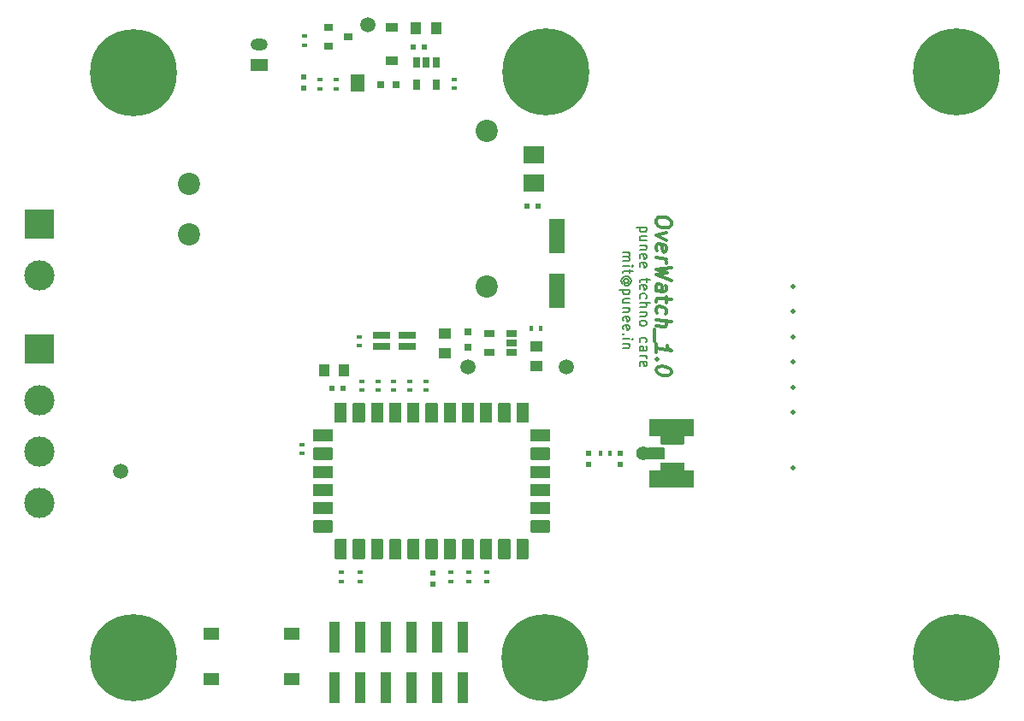
<source format=gbr>
G04 #@! TF.GenerationSoftware,KiCad,Pcbnew,(5.0.0)*
G04 #@! TF.CreationDate,2019-03-03T03:18:43+05:30*
G04 #@! TF.ProjectId,LoRa_Modbus,4C6F52615F4D6F646275732E6B696361,rev?*
G04 #@! TF.SameCoordinates,Original*
G04 #@! TF.FileFunction,Soldermask,Top*
G04 #@! TF.FilePolarity,Negative*
%FSLAX46Y46*%
G04 Gerber Fmt 4.6, Leading zero omitted, Abs format (unit mm)*
G04 Created by KiCad (PCBNEW (5.0.0)) date 03/03/19 03:18:43*
%MOMM*%
%LPD*%
G01*
G04 APERTURE LIST*
%ADD10C,0.300000*%
%ADD11C,0.170000*%
%ADD12R,3.000000X3.000000*%
%ADD13C,3.000000*%
%ADD14C,0.500000*%
%ADD15R,0.800000X0.750000*%
%ADD16R,1.000000X1.250000*%
%ADD17R,0.600000X0.500000*%
%ADD18R,1.600000X3.500000*%
%ADD19R,0.500000X0.600000*%
%ADD20R,1.250000X1.000000*%
%ADD21R,0.750000X0.800000*%
%ADD22R,1.200000X0.900000*%
%ADD23R,1.800000X0.800000*%
%ADD24R,2.001520X1.800860*%
%ADD25O,1.700000X1.200000*%
%ADD26R,1.700000X1.200000*%
%ADD27R,1.000000X3.150000*%
%ADD28R,4.470400X1.676400*%
%ADD29C,1.422400*%
%ADD30C,0.100000*%
%ADD31C,1.168400*%
%ADD32R,1.473200X0.838200*%
%ADD33R,0.400000X0.600000*%
%ADD34C,0.900000*%
%ADD35C,8.600000*%
%ADD36R,0.900000X0.800000*%
%ADD37R,0.600000X0.400000*%
%ADD38R,1.550000X1.300000*%
%ADD39C,1.500000*%
%ADD40R,0.650000X1.060000*%
%ADD41C,2.200000*%
%ADD42R,1.060000X0.650000*%
%ADD43C,1.200000*%
G04 APERTURE END LIST*
D10*
X135428728Y-98485142D02*
X135428728Y-98770857D01*
X135357300Y-98904785D01*
X135214442Y-99029785D01*
X134928728Y-99065500D01*
X134428728Y-99003000D01*
X134143014Y-98895857D01*
X134000157Y-98735142D01*
X133928728Y-98583357D01*
X133928728Y-98297642D01*
X134000157Y-98163714D01*
X134143014Y-98038714D01*
X134428728Y-98003000D01*
X134928728Y-98065500D01*
X135214442Y-98172642D01*
X135357300Y-98333357D01*
X135428728Y-98485142D01*
X134928728Y-99565500D02*
X133928728Y-99797642D01*
X134928728Y-100279785D01*
X134000157Y-101306571D02*
X133928728Y-101154785D01*
X133928728Y-100869071D01*
X134000157Y-100735142D01*
X134143014Y-100681571D01*
X134714442Y-100753000D01*
X134857300Y-100842285D01*
X134928728Y-100994071D01*
X134928728Y-101279785D01*
X134857300Y-101413714D01*
X134714442Y-101467285D01*
X134571585Y-101449428D01*
X134428728Y-100717285D01*
X133928728Y-102011928D02*
X134928728Y-102136928D01*
X134643014Y-102101214D02*
X134785871Y-102190500D01*
X134857300Y-102270857D01*
X134928728Y-102422642D01*
X134928728Y-102565500D01*
X135428728Y-102985142D02*
X133928728Y-103154785D01*
X135000157Y-103574428D01*
X133928728Y-103726214D01*
X135428728Y-104270857D01*
X133928728Y-105297642D02*
X134714442Y-105395857D01*
X134857300Y-105342285D01*
X134928728Y-105208357D01*
X134928728Y-104922642D01*
X134857300Y-104770857D01*
X134000157Y-105306571D02*
X133928728Y-105154785D01*
X133928728Y-104797642D01*
X134000157Y-104663714D01*
X134143014Y-104610142D01*
X134285871Y-104628000D01*
X134428728Y-104717285D01*
X134500157Y-104869071D01*
X134500157Y-105226214D01*
X134571585Y-105378000D01*
X134928728Y-105922642D02*
X134928728Y-106494071D01*
X135428728Y-106199428D02*
X134143014Y-106038714D01*
X134000157Y-106092285D01*
X133928728Y-106226214D01*
X133928728Y-106369071D01*
X134000157Y-107520857D02*
X133928728Y-107369071D01*
X133928728Y-107083357D01*
X134000157Y-106949428D01*
X134071585Y-106886928D01*
X134214442Y-106833357D01*
X134643014Y-106886928D01*
X134785871Y-106976214D01*
X134857300Y-107056571D01*
X134928728Y-107208357D01*
X134928728Y-107494071D01*
X134857300Y-107628000D01*
X133928728Y-108154785D02*
X135428728Y-108342285D01*
X133928728Y-108797642D02*
X134714442Y-108895857D01*
X134857300Y-108842285D01*
X134928728Y-108708357D01*
X134928728Y-108494071D01*
X134857300Y-108342285D01*
X134785871Y-108261928D01*
X133785871Y-109136928D02*
X133785871Y-110279785D01*
X133928728Y-111440500D02*
X133928728Y-110583357D01*
X133928728Y-111011928D02*
X135428728Y-111199428D01*
X135214442Y-111029785D01*
X135071585Y-110869071D01*
X135000157Y-110717285D01*
X134071585Y-112101214D02*
X134000157Y-112163714D01*
X133928728Y-112083357D01*
X134000157Y-112020857D01*
X134071585Y-112101214D01*
X133928728Y-112083357D01*
X135428728Y-113270857D02*
X135428728Y-113413714D01*
X135357300Y-113547642D01*
X135285871Y-113610142D01*
X135143014Y-113663714D01*
X134857300Y-113699428D01*
X134500157Y-113654785D01*
X134214442Y-113547642D01*
X134071585Y-113458357D01*
X134000157Y-113378000D01*
X133928728Y-113226214D01*
X133928728Y-113083357D01*
X134000157Y-112949428D01*
X134071585Y-112886928D01*
X134214442Y-112833357D01*
X134500157Y-112797642D01*
X134857300Y-112842285D01*
X135143014Y-112949428D01*
X135285871Y-113038714D01*
X135357300Y-113119071D01*
X135428728Y-113270857D01*
D11*
X132976885Y-99022757D02*
X131976885Y-99022757D01*
X132929266Y-99022757D02*
X132976885Y-99117995D01*
X132976885Y-99308471D01*
X132929266Y-99403709D01*
X132881647Y-99451328D01*
X132786409Y-99498947D01*
X132500695Y-99498947D01*
X132405457Y-99451328D01*
X132357838Y-99403709D01*
X132310219Y-99308471D01*
X132310219Y-99117995D01*
X132357838Y-99022757D01*
X132976885Y-100356090D02*
X132310219Y-100356090D01*
X132976885Y-99927519D02*
X132453076Y-99927519D01*
X132357838Y-99975138D01*
X132310219Y-100070376D01*
X132310219Y-100213233D01*
X132357838Y-100308471D01*
X132405457Y-100356090D01*
X132976885Y-100832280D02*
X132310219Y-100832280D01*
X132881647Y-100832280D02*
X132929266Y-100879900D01*
X132976885Y-100975138D01*
X132976885Y-101117995D01*
X132929266Y-101213233D01*
X132834028Y-101260852D01*
X132310219Y-101260852D01*
X132357838Y-102117995D02*
X132310219Y-102022757D01*
X132310219Y-101832280D01*
X132357838Y-101737042D01*
X132453076Y-101689423D01*
X132834028Y-101689423D01*
X132929266Y-101737042D01*
X132976885Y-101832280D01*
X132976885Y-102022757D01*
X132929266Y-102117995D01*
X132834028Y-102165614D01*
X132738790Y-102165614D01*
X132643552Y-101689423D01*
X132357838Y-102975138D02*
X132310219Y-102879900D01*
X132310219Y-102689423D01*
X132357838Y-102594185D01*
X132453076Y-102546566D01*
X132834028Y-102546566D01*
X132929266Y-102594185D01*
X132976885Y-102689423D01*
X132976885Y-102879900D01*
X132929266Y-102975138D01*
X132834028Y-103022757D01*
X132738790Y-103022757D01*
X132643552Y-102546566D01*
X132976885Y-104070376D02*
X132976885Y-104451328D01*
X133310219Y-104213233D02*
X132453076Y-104213233D01*
X132357838Y-104260852D01*
X132310219Y-104356090D01*
X132310219Y-104451328D01*
X132357838Y-105165614D02*
X132310219Y-105070376D01*
X132310219Y-104879900D01*
X132357838Y-104784661D01*
X132453076Y-104737042D01*
X132834028Y-104737042D01*
X132929266Y-104784661D01*
X132976885Y-104879900D01*
X132976885Y-105070376D01*
X132929266Y-105165614D01*
X132834028Y-105213233D01*
X132738790Y-105213233D01*
X132643552Y-104737042D01*
X132357838Y-106070376D02*
X132310219Y-105975138D01*
X132310219Y-105784661D01*
X132357838Y-105689423D01*
X132405457Y-105641804D01*
X132500695Y-105594185D01*
X132786409Y-105594185D01*
X132881647Y-105641804D01*
X132929266Y-105689423D01*
X132976885Y-105784661D01*
X132976885Y-105975138D01*
X132929266Y-106070376D01*
X132310219Y-106498947D02*
X133310219Y-106498947D01*
X132310219Y-106927519D02*
X132834028Y-106927519D01*
X132929266Y-106879900D01*
X132976885Y-106784661D01*
X132976885Y-106641804D01*
X132929266Y-106546566D01*
X132881647Y-106498947D01*
X132976885Y-107403709D02*
X132310219Y-107403709D01*
X132881647Y-107403709D02*
X132929266Y-107451328D01*
X132976885Y-107546566D01*
X132976885Y-107689423D01*
X132929266Y-107784661D01*
X132834028Y-107832280D01*
X132310219Y-107832280D01*
X132310219Y-108451328D02*
X132357838Y-108356090D01*
X132405457Y-108308471D01*
X132500695Y-108260852D01*
X132786409Y-108260852D01*
X132881647Y-108308471D01*
X132929266Y-108356090D01*
X132976885Y-108451328D01*
X132976885Y-108594185D01*
X132929266Y-108689423D01*
X132881647Y-108737042D01*
X132786409Y-108784661D01*
X132500695Y-108784661D01*
X132405457Y-108737042D01*
X132357838Y-108689423D01*
X132310219Y-108594185D01*
X132310219Y-108451328D01*
X132357838Y-110403709D02*
X132310219Y-110308471D01*
X132310219Y-110117995D01*
X132357838Y-110022757D01*
X132405457Y-109975138D01*
X132500695Y-109927519D01*
X132786409Y-109927519D01*
X132881647Y-109975138D01*
X132929266Y-110022757D01*
X132976885Y-110117995D01*
X132976885Y-110308471D01*
X132929266Y-110403709D01*
X132310219Y-111260852D02*
X132834028Y-111260852D01*
X132929266Y-111213233D01*
X132976885Y-111117995D01*
X132976885Y-110927519D01*
X132929266Y-110832280D01*
X132357838Y-111260852D02*
X132310219Y-111165614D01*
X132310219Y-110927519D01*
X132357838Y-110832280D01*
X132453076Y-110784661D01*
X132548314Y-110784661D01*
X132643552Y-110832280D01*
X132691171Y-110927519D01*
X132691171Y-111165614D01*
X132738790Y-111260852D01*
X132310219Y-111737042D02*
X132976885Y-111737042D01*
X132786409Y-111737042D02*
X132881647Y-111784661D01*
X132929266Y-111832280D01*
X132976885Y-111927519D01*
X132976885Y-112022757D01*
X132357838Y-112737042D02*
X132310219Y-112641804D01*
X132310219Y-112451328D01*
X132357838Y-112356090D01*
X132453076Y-112308471D01*
X132834028Y-112308471D01*
X132929266Y-112356090D01*
X132976885Y-112451328D01*
X132976885Y-112641804D01*
X132929266Y-112737042D01*
X132834028Y-112784661D01*
X132738790Y-112784661D01*
X132643552Y-112308471D01*
X130640219Y-101522757D02*
X131306885Y-101522757D01*
X131211647Y-101522757D02*
X131259266Y-101570376D01*
X131306885Y-101665614D01*
X131306885Y-101808471D01*
X131259266Y-101903709D01*
X131164028Y-101951328D01*
X130640219Y-101951328D01*
X131164028Y-101951328D02*
X131259266Y-101998947D01*
X131306885Y-102094185D01*
X131306885Y-102237042D01*
X131259266Y-102332280D01*
X131164028Y-102379899D01*
X130640219Y-102379899D01*
X130640219Y-102856090D02*
X131306885Y-102856090D01*
X131640219Y-102856090D02*
X131592600Y-102808471D01*
X131544980Y-102856090D01*
X131592600Y-102903709D01*
X131640219Y-102856090D01*
X131544980Y-102856090D01*
X131306885Y-103189423D02*
X131306885Y-103570376D01*
X131640219Y-103332280D02*
X130783076Y-103332280D01*
X130687838Y-103379900D01*
X130640219Y-103475138D01*
X130640219Y-103570376D01*
X131116409Y-104522757D02*
X131164028Y-104475138D01*
X131211647Y-104379900D01*
X131211647Y-104284661D01*
X131164028Y-104189423D01*
X131116409Y-104141804D01*
X131021171Y-104094185D01*
X130925933Y-104094185D01*
X130830695Y-104141804D01*
X130783076Y-104189423D01*
X130735457Y-104284661D01*
X130735457Y-104379900D01*
X130783076Y-104475138D01*
X130830695Y-104522757D01*
X131211647Y-104522757D02*
X130830695Y-104522757D01*
X130783076Y-104570376D01*
X130783076Y-104617995D01*
X130830695Y-104713233D01*
X130925933Y-104760852D01*
X131164028Y-104760852D01*
X131306885Y-104665614D01*
X131402123Y-104522757D01*
X131449742Y-104332280D01*
X131402123Y-104141804D01*
X131306885Y-103998947D01*
X131164028Y-103903709D01*
X130973552Y-103856090D01*
X130783076Y-103903709D01*
X130640219Y-103998947D01*
X130544980Y-104141804D01*
X130497361Y-104332280D01*
X130544980Y-104522757D01*
X130640219Y-104665614D01*
X131306885Y-105189423D02*
X130306885Y-105189423D01*
X131259266Y-105189423D02*
X131306885Y-105284661D01*
X131306885Y-105475138D01*
X131259266Y-105570376D01*
X131211647Y-105617995D01*
X131116409Y-105665614D01*
X130830695Y-105665614D01*
X130735457Y-105617995D01*
X130687838Y-105570376D01*
X130640219Y-105475138D01*
X130640219Y-105284661D01*
X130687838Y-105189423D01*
X131306885Y-106522757D02*
X130640219Y-106522757D01*
X131306885Y-106094185D02*
X130783076Y-106094185D01*
X130687838Y-106141804D01*
X130640219Y-106237042D01*
X130640219Y-106379899D01*
X130687838Y-106475138D01*
X130735457Y-106522757D01*
X131306885Y-106998947D02*
X130640219Y-106998947D01*
X131211647Y-106998947D02*
X131259266Y-107046566D01*
X131306885Y-107141804D01*
X131306885Y-107284661D01*
X131259266Y-107379900D01*
X131164028Y-107427519D01*
X130640219Y-107427519D01*
X130687838Y-108284661D02*
X130640219Y-108189423D01*
X130640219Y-107998947D01*
X130687838Y-107903709D01*
X130783076Y-107856090D01*
X131164028Y-107856090D01*
X131259266Y-107903709D01*
X131306885Y-107998947D01*
X131306885Y-108189423D01*
X131259266Y-108284661D01*
X131164028Y-108332280D01*
X131068790Y-108332280D01*
X130973552Y-107856090D01*
X130687838Y-109141804D02*
X130640219Y-109046566D01*
X130640219Y-108856090D01*
X130687838Y-108760852D01*
X130783076Y-108713233D01*
X131164028Y-108713233D01*
X131259266Y-108760852D01*
X131306885Y-108856090D01*
X131306885Y-109046566D01*
X131259266Y-109141804D01*
X131164028Y-109189423D01*
X131068790Y-109189423D01*
X130973552Y-108713233D01*
X130735457Y-109617995D02*
X130687838Y-109665614D01*
X130640219Y-109617995D01*
X130687838Y-109570376D01*
X130735457Y-109617995D01*
X130640219Y-109617995D01*
X130640219Y-110094185D02*
X131306885Y-110094185D01*
X131640219Y-110094185D02*
X131592600Y-110046566D01*
X131544980Y-110094185D01*
X131592600Y-110141804D01*
X131640219Y-110094185D01*
X131544980Y-110094185D01*
X131306885Y-110570376D02*
X130640219Y-110570376D01*
X131211647Y-110570376D02*
X131259266Y-110617995D01*
X131306885Y-110713233D01*
X131306885Y-110856090D01*
X131259266Y-110951328D01*
X131164028Y-110998947D01*
X130640219Y-110998947D01*
D12*
G04 #@! TO.C,J1*
X72910700Y-98742500D03*
D13*
X72910700Y-103822500D03*
G04 #@! TD*
G04 #@! TO.C,J4*
X72910700Y-126288800D03*
D12*
X72910700Y-111048800D03*
D13*
X72910700Y-121208800D03*
X72910700Y-116128800D03*
G04 #@! TD*
D14*
G04 #@! TO.C,AE1*
X147507440Y-122850040D03*
X147507440Y-117350040D03*
X147507440Y-114850040D03*
X147507440Y-112350040D03*
X147507440Y-109850040D03*
X147507440Y-107350040D03*
X147507440Y-104850040D03*
G04 #@! TD*
D15*
G04 #@! TO.C,C1*
X106712320Y-84942680D03*
X108212320Y-84942680D03*
G04 #@! TD*
D16*
G04 #@! TO.C,C2*
X110151200Y-79354680D03*
X112151200Y-79354680D03*
G04 #@! TD*
D17*
G04 #@! TO.C,C3*
X122242780Y-96901000D03*
X121142780Y-96901000D03*
G04 #@! TD*
D18*
G04 #@! TO.C,C4*
X124092780Y-99916000D03*
X124092780Y-105316000D03*
G04 #@! TD*
D19*
G04 #@! TO.C,C5*
X99062540Y-84109560D03*
X99062540Y-85209560D03*
G04 #@! TD*
D20*
G04 #@! TO.C,C6*
X122100340Y-112779108D03*
X122100340Y-110779108D03*
G04 #@! TD*
G04 #@! TO.C,C7*
X113047780Y-111515400D03*
X113047780Y-109515400D03*
G04 #@! TD*
D21*
G04 #@! TO.C,C8*
X115288560Y-109402880D03*
X115288560Y-110902880D03*
G04 #@! TD*
D16*
G04 #@! TO.C,C9*
X101049580Y-113207800D03*
X103049580Y-113207800D03*
G04 #@! TD*
D17*
G04 #@! TO.C,C10*
X102914540Y-115001400D03*
X101814540Y-115001400D03*
G04 #@! TD*
D19*
G04 #@! TO.C,C11*
X130347720Y-122530440D03*
X130347720Y-121430440D03*
G04 #@! TD*
G04 #@! TO.C,C12*
X127233680Y-121430440D03*
X127233680Y-122530440D03*
G04 #@! TD*
G04 #@! TO.C,C13*
X111841280Y-133261620D03*
X111841280Y-134361620D03*
G04 #@! TD*
D17*
G04 #@! TO.C,C23*
X110951200Y-81168240D03*
X109851200Y-81168240D03*
G04 #@! TD*
D22*
G04 #@! TO.C,D1*
X107777280Y-79238840D03*
X107777280Y-82538840D03*
G04 #@! TD*
D23*
G04 #@! TO.C,D2*
X106758740Y-109702600D03*
X109258740Y-109702600D03*
X106758740Y-110802600D03*
X109258740Y-110802600D03*
G04 #@! TD*
D24*
G04 #@! TO.C,F1*
X121793000Y-94630240D03*
X121793000Y-91831160D03*
G04 #@! TD*
D25*
G04 #@! TO.C,J2*
X94625160Y-80965720D03*
D26*
X94625160Y-82965720D03*
G04 #@! TD*
D27*
G04 #@! TO.C,J3*
X102097840Y-144622760D03*
X102097840Y-139572760D03*
X104637840Y-144622760D03*
X104637840Y-139572760D03*
X107177840Y-144622760D03*
X107177840Y-139572760D03*
X109717840Y-144622760D03*
X109717840Y-139572760D03*
X112257840Y-144622760D03*
X112257840Y-139572760D03*
X114797840Y-144622760D03*
X114797840Y-139572760D03*
G04 #@! TD*
D28*
G04 #@! TO.C,J$1*
X135417290Y-123967240D03*
X135417290Y-118887240D03*
D29*
X132686790Y-121427240D03*
D30*
G36*
X134656852Y-120843603D02*
X134668194Y-120845285D01*
X134679317Y-120848071D01*
X134690113Y-120851934D01*
X134700478Y-120856836D01*
X134710313Y-120862731D01*
X134719523Y-120869561D01*
X134728018Y-120877262D01*
X134735719Y-120885757D01*
X134742549Y-120894967D01*
X134748444Y-120904802D01*
X134753346Y-120915167D01*
X134757209Y-120925963D01*
X134759995Y-120937086D01*
X134761677Y-120948428D01*
X134762240Y-120959880D01*
X134762240Y-121894600D01*
X134761677Y-121906052D01*
X134759995Y-121917394D01*
X134757209Y-121928517D01*
X134753346Y-121939313D01*
X134748444Y-121949678D01*
X134742549Y-121959513D01*
X134735719Y-121968723D01*
X134728018Y-121977218D01*
X134719523Y-121984919D01*
X134710313Y-121991749D01*
X134700478Y-121997644D01*
X134690113Y-122002546D01*
X134679317Y-122006409D01*
X134668194Y-122009195D01*
X134656852Y-122010877D01*
X134645400Y-122011440D01*
X133202680Y-122011440D01*
X133191228Y-122010877D01*
X133179886Y-122009195D01*
X133168763Y-122006409D01*
X133157967Y-122002546D01*
X133147602Y-121997644D01*
X133137767Y-121991749D01*
X133128557Y-121984919D01*
X133120062Y-121977218D01*
X133112361Y-121968723D01*
X133105531Y-121959513D01*
X133099636Y-121949678D01*
X133094734Y-121939313D01*
X133090871Y-121928517D01*
X133088085Y-121917394D01*
X133086403Y-121906052D01*
X133085840Y-121894600D01*
X133085840Y-120959880D01*
X133086403Y-120948428D01*
X133088085Y-120937086D01*
X133090871Y-120925963D01*
X133094734Y-120915167D01*
X133099636Y-120904802D01*
X133105531Y-120894967D01*
X133112361Y-120885757D01*
X133120062Y-120877262D01*
X133128557Y-120869561D01*
X133137767Y-120862731D01*
X133147602Y-120856836D01*
X133157967Y-120851934D01*
X133168763Y-120848071D01*
X133179886Y-120845285D01*
X133191228Y-120843603D01*
X133202680Y-120843040D01*
X134645400Y-120843040D01*
X134656852Y-120843603D01*
X134656852Y-120843603D01*
G37*
D31*
X133924040Y-121427240D03*
D30*
G36*
X136615102Y-119373353D02*
X136626444Y-119375035D01*
X136637567Y-119377821D01*
X136648363Y-119381684D01*
X136658728Y-119386586D01*
X136668563Y-119392481D01*
X136677773Y-119399311D01*
X136686268Y-119407012D01*
X136693969Y-119415507D01*
X136700799Y-119424717D01*
X136706694Y-119434552D01*
X136711596Y-119444917D01*
X136715459Y-119455713D01*
X136718245Y-119466836D01*
X136719927Y-119478178D01*
X136720490Y-119489630D01*
X136720490Y-120424350D01*
X136719927Y-120435802D01*
X136718245Y-120447144D01*
X136715459Y-120458267D01*
X136711596Y-120469063D01*
X136706694Y-120479428D01*
X136700799Y-120489263D01*
X136693969Y-120498473D01*
X136686268Y-120506968D01*
X136677773Y-120514669D01*
X136668563Y-120521499D01*
X136658728Y-120527394D01*
X136648363Y-120532296D01*
X136637567Y-120536159D01*
X136626444Y-120538945D01*
X136615102Y-120540627D01*
X136603650Y-120541190D01*
X134484930Y-120541190D01*
X134473478Y-120540627D01*
X134462136Y-120538945D01*
X134451013Y-120536159D01*
X134440217Y-120532296D01*
X134429852Y-120527394D01*
X134420017Y-120521499D01*
X134410807Y-120514669D01*
X134402312Y-120506968D01*
X134394611Y-120498473D01*
X134387781Y-120489263D01*
X134381886Y-120479428D01*
X134376984Y-120469063D01*
X134373121Y-120458267D01*
X134370335Y-120447144D01*
X134368653Y-120435802D01*
X134368090Y-120424350D01*
X134368090Y-119489630D01*
X134368653Y-119478178D01*
X134370335Y-119466836D01*
X134373121Y-119455713D01*
X134376984Y-119444917D01*
X134381886Y-119434552D01*
X134387781Y-119424717D01*
X134394611Y-119415507D01*
X134402312Y-119407012D01*
X134410807Y-119399311D01*
X134420017Y-119392481D01*
X134429852Y-119386586D01*
X134440217Y-119381684D01*
X134451013Y-119377821D01*
X134462136Y-119375035D01*
X134473478Y-119373353D01*
X134484930Y-119372790D01*
X136603650Y-119372790D01*
X136615102Y-119373353D01*
X136615102Y-119373353D01*
G37*
D31*
X135544290Y-119956990D03*
D30*
G36*
X136615102Y-122313853D02*
X136626444Y-122315535D01*
X136637567Y-122318321D01*
X136648363Y-122322184D01*
X136658728Y-122327086D01*
X136668563Y-122332981D01*
X136677773Y-122339811D01*
X136686268Y-122347512D01*
X136693969Y-122356007D01*
X136700799Y-122365217D01*
X136706694Y-122375052D01*
X136711596Y-122385417D01*
X136715459Y-122396213D01*
X136718245Y-122407336D01*
X136719927Y-122418678D01*
X136720490Y-122430130D01*
X136720490Y-123364850D01*
X136719927Y-123376302D01*
X136718245Y-123387644D01*
X136715459Y-123398767D01*
X136711596Y-123409563D01*
X136706694Y-123419928D01*
X136700799Y-123429763D01*
X136693969Y-123438973D01*
X136686268Y-123447468D01*
X136677773Y-123455169D01*
X136668563Y-123461999D01*
X136658728Y-123467894D01*
X136648363Y-123472796D01*
X136637567Y-123476659D01*
X136626444Y-123479445D01*
X136615102Y-123481127D01*
X136603650Y-123481690D01*
X134484930Y-123481690D01*
X134473478Y-123481127D01*
X134462136Y-123479445D01*
X134451013Y-123476659D01*
X134440217Y-123472796D01*
X134429852Y-123467894D01*
X134420017Y-123461999D01*
X134410807Y-123455169D01*
X134402312Y-123447468D01*
X134394611Y-123438973D01*
X134387781Y-123429763D01*
X134381886Y-123419928D01*
X134376984Y-123409563D01*
X134373121Y-123398767D01*
X134370335Y-123387644D01*
X134368653Y-123376302D01*
X134368090Y-123364850D01*
X134368090Y-122430130D01*
X134368653Y-122418678D01*
X134370335Y-122407336D01*
X134373121Y-122396213D01*
X134376984Y-122385417D01*
X134381886Y-122375052D01*
X134387781Y-122365217D01*
X134394611Y-122356007D01*
X134402312Y-122347512D01*
X134410807Y-122339811D01*
X134420017Y-122332981D01*
X134429852Y-122327086D01*
X134440217Y-122322184D01*
X134451013Y-122318321D01*
X134462136Y-122315535D01*
X134473478Y-122313853D01*
X134484930Y-122313290D01*
X136603650Y-122313290D01*
X136615102Y-122313853D01*
X136615102Y-122313853D01*
G37*
D31*
X135544290Y-122897490D03*
G04 #@! TD*
D32*
G04 #@! TO.C,JP1*
X104404160Y-84333080D03*
X104404160Y-85145880D03*
G04 #@! TD*
D33*
G04 #@! TO.C,L1*
X128429600Y-121427240D03*
X129329600Y-121427240D03*
G04 #@! TD*
D34*
G04 #@! TO.C,MH1*
X84462119Y-81399881D03*
X82181700Y-80455300D03*
X79901281Y-81399881D03*
X78956700Y-83680300D03*
X79901281Y-85960719D03*
X82181700Y-86905300D03*
X84462119Y-85960719D03*
X85406700Y-83680300D03*
D35*
X82181700Y-83680300D03*
G04 #@! TD*
D34*
G04 #@! TO.C,MH2*
X84462119Y-139388081D03*
X82181700Y-138443500D03*
X79901281Y-139388081D03*
X78956700Y-141668500D03*
X79901281Y-143948919D03*
X82181700Y-144893500D03*
X84462119Y-143948919D03*
X85406700Y-141668500D03*
D35*
X82181700Y-141668500D03*
G04 #@! TD*
D34*
G04 #@! TO.C,MH3*
X125254519Y-81387181D03*
X122974100Y-80442600D03*
X120693681Y-81387181D03*
X119749100Y-83667600D03*
X120693681Y-85948019D03*
X122974100Y-86892600D03*
X125254519Y-85948019D03*
X126199100Y-83667600D03*
D35*
X122974100Y-83667600D03*
G04 #@! TD*
G04 #@! TO.C,MH4*
X122948700Y-141668500D03*
D34*
X126173700Y-141668500D03*
X125229119Y-143948919D03*
X122948700Y-144893500D03*
X120668281Y-143948919D03*
X119723700Y-141668500D03*
X120668281Y-139388081D03*
X122948700Y-138443500D03*
X125229119Y-139388081D03*
G04 #@! TD*
G04 #@! TO.C,MH5*
X165945319Y-81387181D03*
X163664900Y-80442600D03*
X161384481Y-81387181D03*
X160439900Y-83667600D03*
X161384481Y-85948019D03*
X163664900Y-86892600D03*
X165945319Y-85948019D03*
X166889900Y-83667600D03*
D35*
X163664900Y-83667600D03*
G04 #@! TD*
G04 #@! TO.C,MH6*
X163677600Y-141668500D03*
D34*
X166902600Y-141668500D03*
X165958019Y-143948919D03*
X163677600Y-144893500D03*
X161397181Y-143948919D03*
X160452600Y-141668500D03*
X161397181Y-139388081D03*
X163677600Y-138443500D03*
X165958019Y-139388081D03*
G04 #@! TD*
D36*
G04 #@! TO.C,Q1*
X103473760Y-80167480D03*
X101473760Y-81117480D03*
X101473760Y-79217480D03*
G04 #@! TD*
D37*
G04 #@! TO.C,R1*
X113969800Y-85265680D03*
X113969800Y-84365680D03*
G04 #@! TD*
G04 #@! TO.C,R2*
X99146360Y-81001020D03*
X99146360Y-80101020D03*
G04 #@! TD*
G04 #@! TO.C,R3*
X102288340Y-84409560D03*
X102288340Y-85309560D03*
G04 #@! TD*
G04 #@! TO.C,R4*
X100645440Y-84409560D03*
X100645440Y-85309560D03*
G04 #@! TD*
D33*
G04 #@! TO.C,R5*
X121599540Y-109031268D03*
X122499540Y-109031268D03*
G04 #@! TD*
D37*
G04 #@! TO.C,R6*
X109571790Y-114256400D03*
X109571790Y-115156400D03*
G04 #@! TD*
G04 #@! TO.C,R7*
X113608066Y-133161620D03*
X113608066Y-134061620D03*
G04 #@! TD*
G04 #@! TO.C,R8*
X111163100Y-114256400D03*
X111163100Y-115156400D03*
G04 #@! TD*
G04 #@! TO.C,R9*
X117139720Y-133161620D03*
X117139720Y-134061620D03*
G04 #@! TD*
G04 #@! TO.C,R10*
X115373892Y-134061620D03*
X115373892Y-133161620D03*
G04 #@! TD*
G04 #@! TO.C,R11*
X104637840Y-134061620D03*
X104637840Y-133161620D03*
G04 #@! TD*
G04 #@! TO.C,R12*
X102814120Y-134061620D03*
X102814120Y-133161620D03*
G04 #@! TD*
G04 #@! TO.C,R13*
X104797860Y-115156400D03*
X104797860Y-114256400D03*
G04 #@! TD*
G04 #@! TO.C,R14*
X98882200Y-120512000D03*
X98882200Y-121412000D03*
G04 #@! TD*
G04 #@! TO.C,R15*
X104594660Y-109852040D03*
X104594660Y-110752040D03*
G04 #@! TD*
G04 #@! TO.C,R16*
X106389170Y-114256400D03*
X106389170Y-115156400D03*
G04 #@! TD*
G04 #@! TO.C,R17*
X107980480Y-115156400D03*
X107980480Y-114256400D03*
G04 #@! TD*
D38*
G04 #@! TO.C,SW1*
X97883800Y-143753400D03*
X97883800Y-139253400D03*
X89923800Y-139253400D03*
X89923800Y-143753400D03*
G04 #@! TD*
D39*
G04 #@! TO.C,TP1*
X125082300Y-112877600D03*
G04 #@! TD*
G04 #@! TO.C,TP2*
X105389680Y-78963520D03*
G04 #@! TD*
G04 #@! TO.C,TP3*
X115277900Y-112864900D03*
G04 #@! TD*
G04 #@! TO.C,TP4*
X80962500Y-123190000D03*
G04 #@! TD*
D40*
G04 #@! TO.C,U1*
X112151200Y-82704760D03*
X111201200Y-82704760D03*
X110251200Y-82704760D03*
X110251200Y-84904760D03*
X112151200Y-84904760D03*
G04 #@! TD*
D41*
G04 #@! TO.C,U2*
X117138200Y-104905800D03*
X117138200Y-89505800D03*
X87738200Y-99705800D03*
X87738200Y-94705800D03*
G04 #@! TD*
D42*
G04 #@! TO.C,U3*
X117444340Y-111445080D03*
X117444340Y-109545080D03*
X119644340Y-109545080D03*
X119644340Y-110495080D03*
X119644340Y-111445080D03*
G04 #@! TD*
D30*
G04 #@! TO.C,U4*
G36*
X101850962Y-122635458D02*
X101862611Y-122637186D01*
X101874034Y-122640047D01*
X101885122Y-122644014D01*
X101895768Y-122649049D01*
X101905868Y-122655104D01*
X101915327Y-122662119D01*
X101924053Y-122670027D01*
X101931961Y-122678753D01*
X101938976Y-122688212D01*
X101945031Y-122698312D01*
X101950066Y-122708958D01*
X101954033Y-122720046D01*
X101956894Y-122731469D01*
X101958622Y-122743118D01*
X101959200Y-122754880D01*
X101959200Y-123714880D01*
X101958622Y-123726642D01*
X101956894Y-123738291D01*
X101954033Y-123749714D01*
X101950066Y-123760802D01*
X101945031Y-123771448D01*
X101938976Y-123781548D01*
X101931961Y-123791007D01*
X101924053Y-123799733D01*
X101915327Y-123807641D01*
X101905868Y-123814656D01*
X101895768Y-123820711D01*
X101885122Y-123825746D01*
X101874034Y-123829713D01*
X101862611Y-123832574D01*
X101850962Y-123834302D01*
X101839200Y-123834880D01*
X100079200Y-123834880D01*
X100067438Y-123834302D01*
X100055789Y-123832574D01*
X100044366Y-123829713D01*
X100033278Y-123825746D01*
X100022632Y-123820711D01*
X100012532Y-123814656D01*
X100003073Y-123807641D01*
X99994347Y-123799733D01*
X99986439Y-123791007D01*
X99979424Y-123781548D01*
X99973369Y-123771448D01*
X99968334Y-123760802D01*
X99964367Y-123749714D01*
X99961506Y-123738291D01*
X99959778Y-123726642D01*
X99959200Y-123714880D01*
X99959200Y-122754880D01*
X99959778Y-122743118D01*
X99961506Y-122731469D01*
X99964367Y-122720046D01*
X99968334Y-122708958D01*
X99973369Y-122698312D01*
X99979424Y-122688212D01*
X99986439Y-122678753D01*
X99994347Y-122670027D01*
X100003073Y-122662119D01*
X100012532Y-122655104D01*
X100022632Y-122649049D01*
X100033278Y-122644014D01*
X100044366Y-122640047D01*
X100055789Y-122637186D01*
X100067438Y-122635458D01*
X100079200Y-122634880D01*
X101839200Y-122634880D01*
X101850962Y-122635458D01*
X101850962Y-122635458D01*
G37*
D43*
X100959200Y-123234880D03*
D30*
G36*
X101850962Y-120835458D02*
X101862611Y-120837186D01*
X101874034Y-120840047D01*
X101885122Y-120844014D01*
X101895768Y-120849049D01*
X101905868Y-120855104D01*
X101915327Y-120862119D01*
X101924053Y-120870027D01*
X101931961Y-120878753D01*
X101938976Y-120888212D01*
X101945031Y-120898312D01*
X101950066Y-120908958D01*
X101954033Y-120920046D01*
X101956894Y-120931469D01*
X101958622Y-120943118D01*
X101959200Y-120954880D01*
X101959200Y-121914880D01*
X101958622Y-121926642D01*
X101956894Y-121938291D01*
X101954033Y-121949714D01*
X101950066Y-121960802D01*
X101945031Y-121971448D01*
X101938976Y-121981548D01*
X101931961Y-121991007D01*
X101924053Y-121999733D01*
X101915327Y-122007641D01*
X101905868Y-122014656D01*
X101895768Y-122020711D01*
X101885122Y-122025746D01*
X101874034Y-122029713D01*
X101862611Y-122032574D01*
X101850962Y-122034302D01*
X101839200Y-122034880D01*
X100079200Y-122034880D01*
X100067438Y-122034302D01*
X100055789Y-122032574D01*
X100044366Y-122029713D01*
X100033278Y-122025746D01*
X100022632Y-122020711D01*
X100012532Y-122014656D01*
X100003073Y-122007641D01*
X99994347Y-121999733D01*
X99986439Y-121991007D01*
X99979424Y-121981548D01*
X99973369Y-121971448D01*
X99968334Y-121960802D01*
X99964367Y-121949714D01*
X99961506Y-121938291D01*
X99959778Y-121926642D01*
X99959200Y-121914880D01*
X99959200Y-120954880D01*
X99959778Y-120943118D01*
X99961506Y-120931469D01*
X99964367Y-120920046D01*
X99968334Y-120908958D01*
X99973369Y-120898312D01*
X99979424Y-120888212D01*
X99986439Y-120878753D01*
X99994347Y-120870027D01*
X100003073Y-120862119D01*
X100012532Y-120855104D01*
X100022632Y-120849049D01*
X100033278Y-120844014D01*
X100044366Y-120840047D01*
X100055789Y-120837186D01*
X100067438Y-120835458D01*
X100079200Y-120834880D01*
X101839200Y-120834880D01*
X101850962Y-120835458D01*
X101850962Y-120835458D01*
G37*
D43*
X100959200Y-121434880D03*
D30*
G36*
X101850962Y-119035458D02*
X101862611Y-119037186D01*
X101874034Y-119040047D01*
X101885122Y-119044014D01*
X101895768Y-119049049D01*
X101905868Y-119055104D01*
X101915327Y-119062119D01*
X101924053Y-119070027D01*
X101931961Y-119078753D01*
X101938976Y-119088212D01*
X101945031Y-119098312D01*
X101950066Y-119108958D01*
X101954033Y-119120046D01*
X101956894Y-119131469D01*
X101958622Y-119143118D01*
X101959200Y-119154880D01*
X101959200Y-120114880D01*
X101958622Y-120126642D01*
X101956894Y-120138291D01*
X101954033Y-120149714D01*
X101950066Y-120160802D01*
X101945031Y-120171448D01*
X101938976Y-120181548D01*
X101931961Y-120191007D01*
X101924053Y-120199733D01*
X101915327Y-120207641D01*
X101905868Y-120214656D01*
X101895768Y-120220711D01*
X101885122Y-120225746D01*
X101874034Y-120229713D01*
X101862611Y-120232574D01*
X101850962Y-120234302D01*
X101839200Y-120234880D01*
X100079200Y-120234880D01*
X100067438Y-120234302D01*
X100055789Y-120232574D01*
X100044366Y-120229713D01*
X100033278Y-120225746D01*
X100022632Y-120220711D01*
X100012532Y-120214656D01*
X100003073Y-120207641D01*
X99994347Y-120199733D01*
X99986439Y-120191007D01*
X99979424Y-120181548D01*
X99973369Y-120171448D01*
X99968334Y-120160802D01*
X99964367Y-120149714D01*
X99961506Y-120138291D01*
X99959778Y-120126642D01*
X99959200Y-120114880D01*
X99959200Y-119154880D01*
X99959778Y-119143118D01*
X99961506Y-119131469D01*
X99964367Y-119120046D01*
X99968334Y-119108958D01*
X99973369Y-119098312D01*
X99979424Y-119088212D01*
X99986439Y-119078753D01*
X99994347Y-119070027D01*
X100003073Y-119062119D01*
X100012532Y-119055104D01*
X100022632Y-119049049D01*
X100033278Y-119044014D01*
X100044366Y-119040047D01*
X100055789Y-119037186D01*
X100067438Y-119035458D01*
X100079200Y-119034880D01*
X101839200Y-119034880D01*
X101850962Y-119035458D01*
X101850962Y-119035458D01*
G37*
D43*
X100959200Y-119634880D03*
D30*
G36*
X101850962Y-124435458D02*
X101862611Y-124437186D01*
X101874034Y-124440047D01*
X101885122Y-124444014D01*
X101895768Y-124449049D01*
X101905868Y-124455104D01*
X101915327Y-124462119D01*
X101924053Y-124470027D01*
X101931961Y-124478753D01*
X101938976Y-124488212D01*
X101945031Y-124498312D01*
X101950066Y-124508958D01*
X101954033Y-124520046D01*
X101956894Y-124531469D01*
X101958622Y-124543118D01*
X101959200Y-124554880D01*
X101959200Y-125514880D01*
X101958622Y-125526642D01*
X101956894Y-125538291D01*
X101954033Y-125549714D01*
X101950066Y-125560802D01*
X101945031Y-125571448D01*
X101938976Y-125581548D01*
X101931961Y-125591007D01*
X101924053Y-125599733D01*
X101915327Y-125607641D01*
X101905868Y-125614656D01*
X101895768Y-125620711D01*
X101885122Y-125625746D01*
X101874034Y-125629713D01*
X101862611Y-125632574D01*
X101850962Y-125634302D01*
X101839200Y-125634880D01*
X100079200Y-125634880D01*
X100067438Y-125634302D01*
X100055789Y-125632574D01*
X100044366Y-125629713D01*
X100033278Y-125625746D01*
X100022632Y-125620711D01*
X100012532Y-125614656D01*
X100003073Y-125607641D01*
X99994347Y-125599733D01*
X99986439Y-125591007D01*
X99979424Y-125581548D01*
X99973369Y-125571448D01*
X99968334Y-125560802D01*
X99964367Y-125549714D01*
X99961506Y-125538291D01*
X99959778Y-125526642D01*
X99959200Y-125514880D01*
X99959200Y-124554880D01*
X99959778Y-124543118D01*
X99961506Y-124531469D01*
X99964367Y-124520046D01*
X99968334Y-124508958D01*
X99973369Y-124498312D01*
X99979424Y-124488212D01*
X99986439Y-124478753D01*
X99994347Y-124470027D01*
X100003073Y-124462119D01*
X100012532Y-124455104D01*
X100022632Y-124449049D01*
X100033278Y-124444014D01*
X100044366Y-124440047D01*
X100055789Y-124437186D01*
X100067438Y-124435458D01*
X100079200Y-124434880D01*
X101839200Y-124434880D01*
X101850962Y-124435458D01*
X101850962Y-124435458D01*
G37*
D43*
X100959200Y-125034880D03*
D30*
G36*
X101850962Y-126235458D02*
X101862611Y-126237186D01*
X101874034Y-126240047D01*
X101885122Y-126244014D01*
X101895768Y-126249049D01*
X101905868Y-126255104D01*
X101915327Y-126262119D01*
X101924053Y-126270027D01*
X101931961Y-126278753D01*
X101938976Y-126288212D01*
X101945031Y-126298312D01*
X101950066Y-126308958D01*
X101954033Y-126320046D01*
X101956894Y-126331469D01*
X101958622Y-126343118D01*
X101959200Y-126354880D01*
X101959200Y-127314880D01*
X101958622Y-127326642D01*
X101956894Y-127338291D01*
X101954033Y-127349714D01*
X101950066Y-127360802D01*
X101945031Y-127371448D01*
X101938976Y-127381548D01*
X101931961Y-127391007D01*
X101924053Y-127399733D01*
X101915327Y-127407641D01*
X101905868Y-127414656D01*
X101895768Y-127420711D01*
X101885122Y-127425746D01*
X101874034Y-127429713D01*
X101862611Y-127432574D01*
X101850962Y-127434302D01*
X101839200Y-127434880D01*
X100079200Y-127434880D01*
X100067438Y-127434302D01*
X100055789Y-127432574D01*
X100044366Y-127429713D01*
X100033278Y-127425746D01*
X100022632Y-127420711D01*
X100012532Y-127414656D01*
X100003073Y-127407641D01*
X99994347Y-127399733D01*
X99986439Y-127391007D01*
X99979424Y-127381548D01*
X99973369Y-127371448D01*
X99968334Y-127360802D01*
X99964367Y-127349714D01*
X99961506Y-127338291D01*
X99959778Y-127326642D01*
X99959200Y-127314880D01*
X99959200Y-126354880D01*
X99959778Y-126343118D01*
X99961506Y-126331469D01*
X99964367Y-126320046D01*
X99968334Y-126308958D01*
X99973369Y-126298312D01*
X99979424Y-126288212D01*
X99986439Y-126278753D01*
X99994347Y-126270027D01*
X100003073Y-126262119D01*
X100012532Y-126255104D01*
X100022632Y-126249049D01*
X100033278Y-126244014D01*
X100044366Y-126240047D01*
X100055789Y-126237186D01*
X100067438Y-126235458D01*
X100079200Y-126234880D01*
X101839200Y-126234880D01*
X101850962Y-126235458D01*
X101850962Y-126235458D01*
G37*
D43*
X100959200Y-126834880D03*
D30*
G36*
X101850962Y-128035458D02*
X101862611Y-128037186D01*
X101874034Y-128040047D01*
X101885122Y-128044014D01*
X101895768Y-128049049D01*
X101905868Y-128055104D01*
X101915327Y-128062119D01*
X101924053Y-128070027D01*
X101931961Y-128078753D01*
X101938976Y-128088212D01*
X101945031Y-128098312D01*
X101950066Y-128108958D01*
X101954033Y-128120046D01*
X101956894Y-128131469D01*
X101958622Y-128143118D01*
X101959200Y-128154880D01*
X101959200Y-129114880D01*
X101958622Y-129126642D01*
X101956894Y-129138291D01*
X101954033Y-129149714D01*
X101950066Y-129160802D01*
X101945031Y-129171448D01*
X101938976Y-129181548D01*
X101931961Y-129191007D01*
X101924053Y-129199733D01*
X101915327Y-129207641D01*
X101905868Y-129214656D01*
X101895768Y-129220711D01*
X101885122Y-129225746D01*
X101874034Y-129229713D01*
X101862611Y-129232574D01*
X101850962Y-129234302D01*
X101839200Y-129234880D01*
X100079200Y-129234880D01*
X100067438Y-129234302D01*
X100055789Y-129232574D01*
X100044366Y-129229713D01*
X100033278Y-129225746D01*
X100022632Y-129220711D01*
X100012532Y-129214656D01*
X100003073Y-129207641D01*
X99994347Y-129199733D01*
X99986439Y-129191007D01*
X99979424Y-129181548D01*
X99973369Y-129171448D01*
X99968334Y-129160802D01*
X99964367Y-129149714D01*
X99961506Y-129138291D01*
X99959778Y-129126642D01*
X99959200Y-129114880D01*
X99959200Y-128154880D01*
X99959778Y-128143118D01*
X99961506Y-128131469D01*
X99964367Y-128120046D01*
X99968334Y-128108958D01*
X99973369Y-128098312D01*
X99979424Y-128088212D01*
X99986439Y-128078753D01*
X99994347Y-128070027D01*
X100003073Y-128062119D01*
X100012532Y-128055104D01*
X100022632Y-128049049D01*
X100033278Y-128044014D01*
X100044366Y-128040047D01*
X100055789Y-128037186D01*
X100067438Y-128035458D01*
X100079200Y-128034880D01*
X101839200Y-128034880D01*
X101850962Y-128035458D01*
X101850962Y-128035458D01*
G37*
D43*
X100959200Y-128634880D03*
D30*
G36*
X123350962Y-122635458D02*
X123362611Y-122637186D01*
X123374034Y-122640047D01*
X123385122Y-122644014D01*
X123395768Y-122649049D01*
X123405868Y-122655104D01*
X123415327Y-122662119D01*
X123424053Y-122670027D01*
X123431961Y-122678753D01*
X123438976Y-122688212D01*
X123445031Y-122698312D01*
X123450066Y-122708958D01*
X123454033Y-122720046D01*
X123456894Y-122731469D01*
X123458622Y-122743118D01*
X123459200Y-122754880D01*
X123459200Y-123714880D01*
X123458622Y-123726642D01*
X123456894Y-123738291D01*
X123454033Y-123749714D01*
X123450066Y-123760802D01*
X123445031Y-123771448D01*
X123438976Y-123781548D01*
X123431961Y-123791007D01*
X123424053Y-123799733D01*
X123415327Y-123807641D01*
X123405868Y-123814656D01*
X123395768Y-123820711D01*
X123385122Y-123825746D01*
X123374034Y-123829713D01*
X123362611Y-123832574D01*
X123350962Y-123834302D01*
X123339200Y-123834880D01*
X121579200Y-123834880D01*
X121567438Y-123834302D01*
X121555789Y-123832574D01*
X121544366Y-123829713D01*
X121533278Y-123825746D01*
X121522632Y-123820711D01*
X121512532Y-123814656D01*
X121503073Y-123807641D01*
X121494347Y-123799733D01*
X121486439Y-123791007D01*
X121479424Y-123781548D01*
X121473369Y-123771448D01*
X121468334Y-123760802D01*
X121464367Y-123749714D01*
X121461506Y-123738291D01*
X121459778Y-123726642D01*
X121459200Y-123714880D01*
X121459200Y-122754880D01*
X121459778Y-122743118D01*
X121461506Y-122731469D01*
X121464367Y-122720046D01*
X121468334Y-122708958D01*
X121473369Y-122698312D01*
X121479424Y-122688212D01*
X121486439Y-122678753D01*
X121494347Y-122670027D01*
X121503073Y-122662119D01*
X121512532Y-122655104D01*
X121522632Y-122649049D01*
X121533278Y-122644014D01*
X121544366Y-122640047D01*
X121555789Y-122637186D01*
X121567438Y-122635458D01*
X121579200Y-122634880D01*
X123339200Y-122634880D01*
X123350962Y-122635458D01*
X123350962Y-122635458D01*
G37*
D43*
X122459200Y-123234880D03*
D30*
G36*
X123350962Y-119035458D02*
X123362611Y-119037186D01*
X123374034Y-119040047D01*
X123385122Y-119044014D01*
X123395768Y-119049049D01*
X123405868Y-119055104D01*
X123415327Y-119062119D01*
X123424053Y-119070027D01*
X123431961Y-119078753D01*
X123438976Y-119088212D01*
X123445031Y-119098312D01*
X123450066Y-119108958D01*
X123454033Y-119120046D01*
X123456894Y-119131469D01*
X123458622Y-119143118D01*
X123459200Y-119154880D01*
X123459200Y-120114880D01*
X123458622Y-120126642D01*
X123456894Y-120138291D01*
X123454033Y-120149714D01*
X123450066Y-120160802D01*
X123445031Y-120171448D01*
X123438976Y-120181548D01*
X123431961Y-120191007D01*
X123424053Y-120199733D01*
X123415327Y-120207641D01*
X123405868Y-120214656D01*
X123395768Y-120220711D01*
X123385122Y-120225746D01*
X123374034Y-120229713D01*
X123362611Y-120232574D01*
X123350962Y-120234302D01*
X123339200Y-120234880D01*
X121579200Y-120234880D01*
X121567438Y-120234302D01*
X121555789Y-120232574D01*
X121544366Y-120229713D01*
X121533278Y-120225746D01*
X121522632Y-120220711D01*
X121512532Y-120214656D01*
X121503073Y-120207641D01*
X121494347Y-120199733D01*
X121486439Y-120191007D01*
X121479424Y-120181548D01*
X121473369Y-120171448D01*
X121468334Y-120160802D01*
X121464367Y-120149714D01*
X121461506Y-120138291D01*
X121459778Y-120126642D01*
X121459200Y-120114880D01*
X121459200Y-119154880D01*
X121459778Y-119143118D01*
X121461506Y-119131469D01*
X121464367Y-119120046D01*
X121468334Y-119108958D01*
X121473369Y-119098312D01*
X121479424Y-119088212D01*
X121486439Y-119078753D01*
X121494347Y-119070027D01*
X121503073Y-119062119D01*
X121512532Y-119055104D01*
X121522632Y-119049049D01*
X121533278Y-119044014D01*
X121544366Y-119040047D01*
X121555789Y-119037186D01*
X121567438Y-119035458D01*
X121579200Y-119034880D01*
X123339200Y-119034880D01*
X123350962Y-119035458D01*
X123350962Y-119035458D01*
G37*
D43*
X122459200Y-119634880D03*
D30*
G36*
X123350962Y-120835458D02*
X123362611Y-120837186D01*
X123374034Y-120840047D01*
X123385122Y-120844014D01*
X123395768Y-120849049D01*
X123405868Y-120855104D01*
X123415327Y-120862119D01*
X123424053Y-120870027D01*
X123431961Y-120878753D01*
X123438976Y-120888212D01*
X123445031Y-120898312D01*
X123450066Y-120908958D01*
X123454033Y-120920046D01*
X123456894Y-120931469D01*
X123458622Y-120943118D01*
X123459200Y-120954880D01*
X123459200Y-121914880D01*
X123458622Y-121926642D01*
X123456894Y-121938291D01*
X123454033Y-121949714D01*
X123450066Y-121960802D01*
X123445031Y-121971448D01*
X123438976Y-121981548D01*
X123431961Y-121991007D01*
X123424053Y-121999733D01*
X123415327Y-122007641D01*
X123405868Y-122014656D01*
X123395768Y-122020711D01*
X123385122Y-122025746D01*
X123374034Y-122029713D01*
X123362611Y-122032574D01*
X123350962Y-122034302D01*
X123339200Y-122034880D01*
X121579200Y-122034880D01*
X121567438Y-122034302D01*
X121555789Y-122032574D01*
X121544366Y-122029713D01*
X121533278Y-122025746D01*
X121522632Y-122020711D01*
X121512532Y-122014656D01*
X121503073Y-122007641D01*
X121494347Y-121999733D01*
X121486439Y-121991007D01*
X121479424Y-121981548D01*
X121473369Y-121971448D01*
X121468334Y-121960802D01*
X121464367Y-121949714D01*
X121461506Y-121938291D01*
X121459778Y-121926642D01*
X121459200Y-121914880D01*
X121459200Y-120954880D01*
X121459778Y-120943118D01*
X121461506Y-120931469D01*
X121464367Y-120920046D01*
X121468334Y-120908958D01*
X121473369Y-120898312D01*
X121479424Y-120888212D01*
X121486439Y-120878753D01*
X121494347Y-120870027D01*
X121503073Y-120862119D01*
X121512532Y-120855104D01*
X121522632Y-120849049D01*
X121533278Y-120844014D01*
X121544366Y-120840047D01*
X121555789Y-120837186D01*
X121567438Y-120835458D01*
X121579200Y-120834880D01*
X123339200Y-120834880D01*
X123350962Y-120835458D01*
X123350962Y-120835458D01*
G37*
D43*
X122459200Y-121434880D03*
D30*
G36*
X123350962Y-124435458D02*
X123362611Y-124437186D01*
X123374034Y-124440047D01*
X123385122Y-124444014D01*
X123395768Y-124449049D01*
X123405868Y-124455104D01*
X123415327Y-124462119D01*
X123424053Y-124470027D01*
X123431961Y-124478753D01*
X123438976Y-124488212D01*
X123445031Y-124498312D01*
X123450066Y-124508958D01*
X123454033Y-124520046D01*
X123456894Y-124531469D01*
X123458622Y-124543118D01*
X123459200Y-124554880D01*
X123459200Y-125514880D01*
X123458622Y-125526642D01*
X123456894Y-125538291D01*
X123454033Y-125549714D01*
X123450066Y-125560802D01*
X123445031Y-125571448D01*
X123438976Y-125581548D01*
X123431961Y-125591007D01*
X123424053Y-125599733D01*
X123415327Y-125607641D01*
X123405868Y-125614656D01*
X123395768Y-125620711D01*
X123385122Y-125625746D01*
X123374034Y-125629713D01*
X123362611Y-125632574D01*
X123350962Y-125634302D01*
X123339200Y-125634880D01*
X121579200Y-125634880D01*
X121567438Y-125634302D01*
X121555789Y-125632574D01*
X121544366Y-125629713D01*
X121533278Y-125625746D01*
X121522632Y-125620711D01*
X121512532Y-125614656D01*
X121503073Y-125607641D01*
X121494347Y-125599733D01*
X121486439Y-125591007D01*
X121479424Y-125581548D01*
X121473369Y-125571448D01*
X121468334Y-125560802D01*
X121464367Y-125549714D01*
X121461506Y-125538291D01*
X121459778Y-125526642D01*
X121459200Y-125514880D01*
X121459200Y-124554880D01*
X121459778Y-124543118D01*
X121461506Y-124531469D01*
X121464367Y-124520046D01*
X121468334Y-124508958D01*
X121473369Y-124498312D01*
X121479424Y-124488212D01*
X121486439Y-124478753D01*
X121494347Y-124470027D01*
X121503073Y-124462119D01*
X121512532Y-124455104D01*
X121522632Y-124449049D01*
X121533278Y-124444014D01*
X121544366Y-124440047D01*
X121555789Y-124437186D01*
X121567438Y-124435458D01*
X121579200Y-124434880D01*
X123339200Y-124434880D01*
X123350962Y-124435458D01*
X123350962Y-124435458D01*
G37*
D43*
X122459200Y-125034880D03*
D30*
G36*
X123350962Y-126235458D02*
X123362611Y-126237186D01*
X123374034Y-126240047D01*
X123385122Y-126244014D01*
X123395768Y-126249049D01*
X123405868Y-126255104D01*
X123415327Y-126262119D01*
X123424053Y-126270027D01*
X123431961Y-126278753D01*
X123438976Y-126288212D01*
X123445031Y-126298312D01*
X123450066Y-126308958D01*
X123454033Y-126320046D01*
X123456894Y-126331469D01*
X123458622Y-126343118D01*
X123459200Y-126354880D01*
X123459200Y-127314880D01*
X123458622Y-127326642D01*
X123456894Y-127338291D01*
X123454033Y-127349714D01*
X123450066Y-127360802D01*
X123445031Y-127371448D01*
X123438976Y-127381548D01*
X123431961Y-127391007D01*
X123424053Y-127399733D01*
X123415327Y-127407641D01*
X123405868Y-127414656D01*
X123395768Y-127420711D01*
X123385122Y-127425746D01*
X123374034Y-127429713D01*
X123362611Y-127432574D01*
X123350962Y-127434302D01*
X123339200Y-127434880D01*
X121579200Y-127434880D01*
X121567438Y-127434302D01*
X121555789Y-127432574D01*
X121544366Y-127429713D01*
X121533278Y-127425746D01*
X121522632Y-127420711D01*
X121512532Y-127414656D01*
X121503073Y-127407641D01*
X121494347Y-127399733D01*
X121486439Y-127391007D01*
X121479424Y-127381548D01*
X121473369Y-127371448D01*
X121468334Y-127360802D01*
X121464367Y-127349714D01*
X121461506Y-127338291D01*
X121459778Y-127326642D01*
X121459200Y-127314880D01*
X121459200Y-126354880D01*
X121459778Y-126343118D01*
X121461506Y-126331469D01*
X121464367Y-126320046D01*
X121468334Y-126308958D01*
X121473369Y-126298312D01*
X121479424Y-126288212D01*
X121486439Y-126278753D01*
X121494347Y-126270027D01*
X121503073Y-126262119D01*
X121512532Y-126255104D01*
X121522632Y-126249049D01*
X121533278Y-126244014D01*
X121544366Y-126240047D01*
X121555789Y-126237186D01*
X121567438Y-126235458D01*
X121579200Y-126234880D01*
X123339200Y-126234880D01*
X123350962Y-126235458D01*
X123350962Y-126235458D01*
G37*
D43*
X122459200Y-126834880D03*
D30*
G36*
X123350962Y-128035458D02*
X123362611Y-128037186D01*
X123374034Y-128040047D01*
X123385122Y-128044014D01*
X123395768Y-128049049D01*
X123405868Y-128055104D01*
X123415327Y-128062119D01*
X123424053Y-128070027D01*
X123431961Y-128078753D01*
X123438976Y-128088212D01*
X123445031Y-128098312D01*
X123450066Y-128108958D01*
X123454033Y-128120046D01*
X123456894Y-128131469D01*
X123458622Y-128143118D01*
X123459200Y-128154880D01*
X123459200Y-129114880D01*
X123458622Y-129126642D01*
X123456894Y-129138291D01*
X123454033Y-129149714D01*
X123450066Y-129160802D01*
X123445031Y-129171448D01*
X123438976Y-129181548D01*
X123431961Y-129191007D01*
X123424053Y-129199733D01*
X123415327Y-129207641D01*
X123405868Y-129214656D01*
X123395768Y-129220711D01*
X123385122Y-129225746D01*
X123374034Y-129229713D01*
X123362611Y-129232574D01*
X123350962Y-129234302D01*
X123339200Y-129234880D01*
X121579200Y-129234880D01*
X121567438Y-129234302D01*
X121555789Y-129232574D01*
X121544366Y-129229713D01*
X121533278Y-129225746D01*
X121522632Y-129220711D01*
X121512532Y-129214656D01*
X121503073Y-129207641D01*
X121494347Y-129199733D01*
X121486439Y-129191007D01*
X121479424Y-129181548D01*
X121473369Y-129171448D01*
X121468334Y-129160802D01*
X121464367Y-129149714D01*
X121461506Y-129138291D01*
X121459778Y-129126642D01*
X121459200Y-129114880D01*
X121459200Y-128154880D01*
X121459778Y-128143118D01*
X121461506Y-128131469D01*
X121464367Y-128120046D01*
X121468334Y-128108958D01*
X121473369Y-128098312D01*
X121479424Y-128088212D01*
X121486439Y-128078753D01*
X121494347Y-128070027D01*
X121503073Y-128062119D01*
X121512532Y-128055104D01*
X121522632Y-128049049D01*
X121533278Y-128044014D01*
X121544366Y-128040047D01*
X121555789Y-128037186D01*
X121567438Y-128035458D01*
X121579200Y-128034880D01*
X123339200Y-128034880D01*
X123350962Y-128035458D01*
X123350962Y-128035458D01*
G37*
D43*
X122459200Y-128634880D03*
D30*
G36*
X105000962Y-129885458D02*
X105012611Y-129887186D01*
X105024034Y-129890047D01*
X105035122Y-129894014D01*
X105045768Y-129899049D01*
X105055868Y-129905104D01*
X105065327Y-129912119D01*
X105074053Y-129920027D01*
X105081961Y-129928753D01*
X105088976Y-129938212D01*
X105095031Y-129948312D01*
X105100066Y-129958958D01*
X105104033Y-129970046D01*
X105106894Y-129981469D01*
X105108622Y-129993118D01*
X105109200Y-130004880D01*
X105109200Y-131764880D01*
X105108622Y-131776642D01*
X105106894Y-131788291D01*
X105104033Y-131799714D01*
X105100066Y-131810802D01*
X105095031Y-131821448D01*
X105088976Y-131831548D01*
X105081961Y-131841007D01*
X105074053Y-131849733D01*
X105065327Y-131857641D01*
X105055868Y-131864656D01*
X105045768Y-131870711D01*
X105035122Y-131875746D01*
X105024034Y-131879713D01*
X105012611Y-131882574D01*
X105000962Y-131884302D01*
X104989200Y-131884880D01*
X104029200Y-131884880D01*
X104017438Y-131884302D01*
X104005789Y-131882574D01*
X103994366Y-131879713D01*
X103983278Y-131875746D01*
X103972632Y-131870711D01*
X103962532Y-131864656D01*
X103953073Y-131857641D01*
X103944347Y-131849733D01*
X103936439Y-131841007D01*
X103929424Y-131831548D01*
X103923369Y-131821448D01*
X103918334Y-131810802D01*
X103914367Y-131799714D01*
X103911506Y-131788291D01*
X103909778Y-131776642D01*
X103909200Y-131764880D01*
X103909200Y-130004880D01*
X103909778Y-129993118D01*
X103911506Y-129981469D01*
X103914367Y-129970046D01*
X103918334Y-129958958D01*
X103923369Y-129948312D01*
X103929424Y-129938212D01*
X103936439Y-129928753D01*
X103944347Y-129920027D01*
X103953073Y-129912119D01*
X103962532Y-129905104D01*
X103972632Y-129899049D01*
X103983278Y-129894014D01*
X103994366Y-129890047D01*
X104005789Y-129887186D01*
X104017438Y-129885458D01*
X104029200Y-129884880D01*
X104989200Y-129884880D01*
X105000962Y-129885458D01*
X105000962Y-129885458D01*
G37*
D43*
X104509200Y-130884880D03*
D30*
G36*
X106800962Y-129885458D02*
X106812611Y-129887186D01*
X106824034Y-129890047D01*
X106835122Y-129894014D01*
X106845768Y-129899049D01*
X106855868Y-129905104D01*
X106865327Y-129912119D01*
X106874053Y-129920027D01*
X106881961Y-129928753D01*
X106888976Y-129938212D01*
X106895031Y-129948312D01*
X106900066Y-129958958D01*
X106904033Y-129970046D01*
X106906894Y-129981469D01*
X106908622Y-129993118D01*
X106909200Y-130004880D01*
X106909200Y-131764880D01*
X106908622Y-131776642D01*
X106906894Y-131788291D01*
X106904033Y-131799714D01*
X106900066Y-131810802D01*
X106895031Y-131821448D01*
X106888976Y-131831548D01*
X106881961Y-131841007D01*
X106874053Y-131849733D01*
X106865327Y-131857641D01*
X106855868Y-131864656D01*
X106845768Y-131870711D01*
X106835122Y-131875746D01*
X106824034Y-131879713D01*
X106812611Y-131882574D01*
X106800962Y-131884302D01*
X106789200Y-131884880D01*
X105829200Y-131884880D01*
X105817438Y-131884302D01*
X105805789Y-131882574D01*
X105794366Y-131879713D01*
X105783278Y-131875746D01*
X105772632Y-131870711D01*
X105762532Y-131864656D01*
X105753073Y-131857641D01*
X105744347Y-131849733D01*
X105736439Y-131841007D01*
X105729424Y-131831548D01*
X105723369Y-131821448D01*
X105718334Y-131810802D01*
X105714367Y-131799714D01*
X105711506Y-131788291D01*
X105709778Y-131776642D01*
X105709200Y-131764880D01*
X105709200Y-130004880D01*
X105709778Y-129993118D01*
X105711506Y-129981469D01*
X105714367Y-129970046D01*
X105718334Y-129958958D01*
X105723369Y-129948312D01*
X105729424Y-129938212D01*
X105736439Y-129928753D01*
X105744347Y-129920027D01*
X105753073Y-129912119D01*
X105762532Y-129905104D01*
X105772632Y-129899049D01*
X105783278Y-129894014D01*
X105794366Y-129890047D01*
X105805789Y-129887186D01*
X105817438Y-129885458D01*
X105829200Y-129884880D01*
X106789200Y-129884880D01*
X106800962Y-129885458D01*
X106800962Y-129885458D01*
G37*
D43*
X106309200Y-130884880D03*
D30*
G36*
X108600962Y-129885458D02*
X108612611Y-129887186D01*
X108624034Y-129890047D01*
X108635122Y-129894014D01*
X108645768Y-129899049D01*
X108655868Y-129905104D01*
X108665327Y-129912119D01*
X108674053Y-129920027D01*
X108681961Y-129928753D01*
X108688976Y-129938212D01*
X108695031Y-129948312D01*
X108700066Y-129958958D01*
X108704033Y-129970046D01*
X108706894Y-129981469D01*
X108708622Y-129993118D01*
X108709200Y-130004880D01*
X108709200Y-131764880D01*
X108708622Y-131776642D01*
X108706894Y-131788291D01*
X108704033Y-131799714D01*
X108700066Y-131810802D01*
X108695031Y-131821448D01*
X108688976Y-131831548D01*
X108681961Y-131841007D01*
X108674053Y-131849733D01*
X108665327Y-131857641D01*
X108655868Y-131864656D01*
X108645768Y-131870711D01*
X108635122Y-131875746D01*
X108624034Y-131879713D01*
X108612611Y-131882574D01*
X108600962Y-131884302D01*
X108589200Y-131884880D01*
X107629200Y-131884880D01*
X107617438Y-131884302D01*
X107605789Y-131882574D01*
X107594366Y-131879713D01*
X107583278Y-131875746D01*
X107572632Y-131870711D01*
X107562532Y-131864656D01*
X107553073Y-131857641D01*
X107544347Y-131849733D01*
X107536439Y-131841007D01*
X107529424Y-131831548D01*
X107523369Y-131821448D01*
X107518334Y-131810802D01*
X107514367Y-131799714D01*
X107511506Y-131788291D01*
X107509778Y-131776642D01*
X107509200Y-131764880D01*
X107509200Y-130004880D01*
X107509778Y-129993118D01*
X107511506Y-129981469D01*
X107514367Y-129970046D01*
X107518334Y-129958958D01*
X107523369Y-129948312D01*
X107529424Y-129938212D01*
X107536439Y-129928753D01*
X107544347Y-129920027D01*
X107553073Y-129912119D01*
X107562532Y-129905104D01*
X107572632Y-129899049D01*
X107583278Y-129894014D01*
X107594366Y-129890047D01*
X107605789Y-129887186D01*
X107617438Y-129885458D01*
X107629200Y-129884880D01*
X108589200Y-129884880D01*
X108600962Y-129885458D01*
X108600962Y-129885458D01*
G37*
D43*
X108109200Y-130884880D03*
D30*
G36*
X110400962Y-129885458D02*
X110412611Y-129887186D01*
X110424034Y-129890047D01*
X110435122Y-129894014D01*
X110445768Y-129899049D01*
X110455868Y-129905104D01*
X110465327Y-129912119D01*
X110474053Y-129920027D01*
X110481961Y-129928753D01*
X110488976Y-129938212D01*
X110495031Y-129948312D01*
X110500066Y-129958958D01*
X110504033Y-129970046D01*
X110506894Y-129981469D01*
X110508622Y-129993118D01*
X110509200Y-130004880D01*
X110509200Y-131764880D01*
X110508622Y-131776642D01*
X110506894Y-131788291D01*
X110504033Y-131799714D01*
X110500066Y-131810802D01*
X110495031Y-131821448D01*
X110488976Y-131831548D01*
X110481961Y-131841007D01*
X110474053Y-131849733D01*
X110465327Y-131857641D01*
X110455868Y-131864656D01*
X110445768Y-131870711D01*
X110435122Y-131875746D01*
X110424034Y-131879713D01*
X110412611Y-131882574D01*
X110400962Y-131884302D01*
X110389200Y-131884880D01*
X109429200Y-131884880D01*
X109417438Y-131884302D01*
X109405789Y-131882574D01*
X109394366Y-131879713D01*
X109383278Y-131875746D01*
X109372632Y-131870711D01*
X109362532Y-131864656D01*
X109353073Y-131857641D01*
X109344347Y-131849733D01*
X109336439Y-131841007D01*
X109329424Y-131831548D01*
X109323369Y-131821448D01*
X109318334Y-131810802D01*
X109314367Y-131799714D01*
X109311506Y-131788291D01*
X109309778Y-131776642D01*
X109309200Y-131764880D01*
X109309200Y-130004880D01*
X109309778Y-129993118D01*
X109311506Y-129981469D01*
X109314367Y-129970046D01*
X109318334Y-129958958D01*
X109323369Y-129948312D01*
X109329424Y-129938212D01*
X109336439Y-129928753D01*
X109344347Y-129920027D01*
X109353073Y-129912119D01*
X109362532Y-129905104D01*
X109372632Y-129899049D01*
X109383278Y-129894014D01*
X109394366Y-129890047D01*
X109405789Y-129887186D01*
X109417438Y-129885458D01*
X109429200Y-129884880D01*
X110389200Y-129884880D01*
X110400962Y-129885458D01*
X110400962Y-129885458D01*
G37*
D43*
X109909200Y-130884880D03*
D30*
G36*
X112200962Y-129885458D02*
X112212611Y-129887186D01*
X112224034Y-129890047D01*
X112235122Y-129894014D01*
X112245768Y-129899049D01*
X112255868Y-129905104D01*
X112265327Y-129912119D01*
X112274053Y-129920027D01*
X112281961Y-129928753D01*
X112288976Y-129938212D01*
X112295031Y-129948312D01*
X112300066Y-129958958D01*
X112304033Y-129970046D01*
X112306894Y-129981469D01*
X112308622Y-129993118D01*
X112309200Y-130004880D01*
X112309200Y-131764880D01*
X112308622Y-131776642D01*
X112306894Y-131788291D01*
X112304033Y-131799714D01*
X112300066Y-131810802D01*
X112295031Y-131821448D01*
X112288976Y-131831548D01*
X112281961Y-131841007D01*
X112274053Y-131849733D01*
X112265327Y-131857641D01*
X112255868Y-131864656D01*
X112245768Y-131870711D01*
X112235122Y-131875746D01*
X112224034Y-131879713D01*
X112212611Y-131882574D01*
X112200962Y-131884302D01*
X112189200Y-131884880D01*
X111229200Y-131884880D01*
X111217438Y-131884302D01*
X111205789Y-131882574D01*
X111194366Y-131879713D01*
X111183278Y-131875746D01*
X111172632Y-131870711D01*
X111162532Y-131864656D01*
X111153073Y-131857641D01*
X111144347Y-131849733D01*
X111136439Y-131841007D01*
X111129424Y-131831548D01*
X111123369Y-131821448D01*
X111118334Y-131810802D01*
X111114367Y-131799714D01*
X111111506Y-131788291D01*
X111109778Y-131776642D01*
X111109200Y-131764880D01*
X111109200Y-130004880D01*
X111109778Y-129993118D01*
X111111506Y-129981469D01*
X111114367Y-129970046D01*
X111118334Y-129958958D01*
X111123369Y-129948312D01*
X111129424Y-129938212D01*
X111136439Y-129928753D01*
X111144347Y-129920027D01*
X111153073Y-129912119D01*
X111162532Y-129905104D01*
X111172632Y-129899049D01*
X111183278Y-129894014D01*
X111194366Y-129890047D01*
X111205789Y-129887186D01*
X111217438Y-129885458D01*
X111229200Y-129884880D01*
X112189200Y-129884880D01*
X112200962Y-129885458D01*
X112200962Y-129885458D01*
G37*
D43*
X111709200Y-130884880D03*
D30*
G36*
X114000962Y-129885458D02*
X114012611Y-129887186D01*
X114024034Y-129890047D01*
X114035122Y-129894014D01*
X114045768Y-129899049D01*
X114055868Y-129905104D01*
X114065327Y-129912119D01*
X114074053Y-129920027D01*
X114081961Y-129928753D01*
X114088976Y-129938212D01*
X114095031Y-129948312D01*
X114100066Y-129958958D01*
X114104033Y-129970046D01*
X114106894Y-129981469D01*
X114108622Y-129993118D01*
X114109200Y-130004880D01*
X114109200Y-131764880D01*
X114108622Y-131776642D01*
X114106894Y-131788291D01*
X114104033Y-131799714D01*
X114100066Y-131810802D01*
X114095031Y-131821448D01*
X114088976Y-131831548D01*
X114081961Y-131841007D01*
X114074053Y-131849733D01*
X114065327Y-131857641D01*
X114055868Y-131864656D01*
X114045768Y-131870711D01*
X114035122Y-131875746D01*
X114024034Y-131879713D01*
X114012611Y-131882574D01*
X114000962Y-131884302D01*
X113989200Y-131884880D01*
X113029200Y-131884880D01*
X113017438Y-131884302D01*
X113005789Y-131882574D01*
X112994366Y-131879713D01*
X112983278Y-131875746D01*
X112972632Y-131870711D01*
X112962532Y-131864656D01*
X112953073Y-131857641D01*
X112944347Y-131849733D01*
X112936439Y-131841007D01*
X112929424Y-131831548D01*
X112923369Y-131821448D01*
X112918334Y-131810802D01*
X112914367Y-131799714D01*
X112911506Y-131788291D01*
X112909778Y-131776642D01*
X112909200Y-131764880D01*
X112909200Y-130004880D01*
X112909778Y-129993118D01*
X112911506Y-129981469D01*
X112914367Y-129970046D01*
X112918334Y-129958958D01*
X112923369Y-129948312D01*
X112929424Y-129938212D01*
X112936439Y-129928753D01*
X112944347Y-129920027D01*
X112953073Y-129912119D01*
X112962532Y-129905104D01*
X112972632Y-129899049D01*
X112983278Y-129894014D01*
X112994366Y-129890047D01*
X113005789Y-129887186D01*
X113017438Y-129885458D01*
X113029200Y-129884880D01*
X113989200Y-129884880D01*
X114000962Y-129885458D01*
X114000962Y-129885458D01*
G37*
D43*
X113509200Y-130884880D03*
D30*
G36*
X115800962Y-129885458D02*
X115812611Y-129887186D01*
X115824034Y-129890047D01*
X115835122Y-129894014D01*
X115845768Y-129899049D01*
X115855868Y-129905104D01*
X115865327Y-129912119D01*
X115874053Y-129920027D01*
X115881961Y-129928753D01*
X115888976Y-129938212D01*
X115895031Y-129948312D01*
X115900066Y-129958958D01*
X115904033Y-129970046D01*
X115906894Y-129981469D01*
X115908622Y-129993118D01*
X115909200Y-130004880D01*
X115909200Y-131764880D01*
X115908622Y-131776642D01*
X115906894Y-131788291D01*
X115904033Y-131799714D01*
X115900066Y-131810802D01*
X115895031Y-131821448D01*
X115888976Y-131831548D01*
X115881961Y-131841007D01*
X115874053Y-131849733D01*
X115865327Y-131857641D01*
X115855868Y-131864656D01*
X115845768Y-131870711D01*
X115835122Y-131875746D01*
X115824034Y-131879713D01*
X115812611Y-131882574D01*
X115800962Y-131884302D01*
X115789200Y-131884880D01*
X114829200Y-131884880D01*
X114817438Y-131884302D01*
X114805789Y-131882574D01*
X114794366Y-131879713D01*
X114783278Y-131875746D01*
X114772632Y-131870711D01*
X114762532Y-131864656D01*
X114753073Y-131857641D01*
X114744347Y-131849733D01*
X114736439Y-131841007D01*
X114729424Y-131831548D01*
X114723369Y-131821448D01*
X114718334Y-131810802D01*
X114714367Y-131799714D01*
X114711506Y-131788291D01*
X114709778Y-131776642D01*
X114709200Y-131764880D01*
X114709200Y-130004880D01*
X114709778Y-129993118D01*
X114711506Y-129981469D01*
X114714367Y-129970046D01*
X114718334Y-129958958D01*
X114723369Y-129948312D01*
X114729424Y-129938212D01*
X114736439Y-129928753D01*
X114744347Y-129920027D01*
X114753073Y-129912119D01*
X114762532Y-129905104D01*
X114772632Y-129899049D01*
X114783278Y-129894014D01*
X114794366Y-129890047D01*
X114805789Y-129887186D01*
X114817438Y-129885458D01*
X114829200Y-129884880D01*
X115789200Y-129884880D01*
X115800962Y-129885458D01*
X115800962Y-129885458D01*
G37*
D43*
X115309200Y-130884880D03*
D30*
G36*
X117600962Y-129885458D02*
X117612611Y-129887186D01*
X117624034Y-129890047D01*
X117635122Y-129894014D01*
X117645768Y-129899049D01*
X117655868Y-129905104D01*
X117665327Y-129912119D01*
X117674053Y-129920027D01*
X117681961Y-129928753D01*
X117688976Y-129938212D01*
X117695031Y-129948312D01*
X117700066Y-129958958D01*
X117704033Y-129970046D01*
X117706894Y-129981469D01*
X117708622Y-129993118D01*
X117709200Y-130004880D01*
X117709200Y-131764880D01*
X117708622Y-131776642D01*
X117706894Y-131788291D01*
X117704033Y-131799714D01*
X117700066Y-131810802D01*
X117695031Y-131821448D01*
X117688976Y-131831548D01*
X117681961Y-131841007D01*
X117674053Y-131849733D01*
X117665327Y-131857641D01*
X117655868Y-131864656D01*
X117645768Y-131870711D01*
X117635122Y-131875746D01*
X117624034Y-131879713D01*
X117612611Y-131882574D01*
X117600962Y-131884302D01*
X117589200Y-131884880D01*
X116629200Y-131884880D01*
X116617438Y-131884302D01*
X116605789Y-131882574D01*
X116594366Y-131879713D01*
X116583278Y-131875746D01*
X116572632Y-131870711D01*
X116562532Y-131864656D01*
X116553073Y-131857641D01*
X116544347Y-131849733D01*
X116536439Y-131841007D01*
X116529424Y-131831548D01*
X116523369Y-131821448D01*
X116518334Y-131810802D01*
X116514367Y-131799714D01*
X116511506Y-131788291D01*
X116509778Y-131776642D01*
X116509200Y-131764880D01*
X116509200Y-130004880D01*
X116509778Y-129993118D01*
X116511506Y-129981469D01*
X116514367Y-129970046D01*
X116518334Y-129958958D01*
X116523369Y-129948312D01*
X116529424Y-129938212D01*
X116536439Y-129928753D01*
X116544347Y-129920027D01*
X116553073Y-129912119D01*
X116562532Y-129905104D01*
X116572632Y-129899049D01*
X116583278Y-129894014D01*
X116594366Y-129890047D01*
X116605789Y-129887186D01*
X116617438Y-129885458D01*
X116629200Y-129884880D01*
X117589200Y-129884880D01*
X117600962Y-129885458D01*
X117600962Y-129885458D01*
G37*
D43*
X117109200Y-130884880D03*
D30*
G36*
X119400962Y-129885458D02*
X119412611Y-129887186D01*
X119424034Y-129890047D01*
X119435122Y-129894014D01*
X119445768Y-129899049D01*
X119455868Y-129905104D01*
X119465327Y-129912119D01*
X119474053Y-129920027D01*
X119481961Y-129928753D01*
X119488976Y-129938212D01*
X119495031Y-129948312D01*
X119500066Y-129958958D01*
X119504033Y-129970046D01*
X119506894Y-129981469D01*
X119508622Y-129993118D01*
X119509200Y-130004880D01*
X119509200Y-131764880D01*
X119508622Y-131776642D01*
X119506894Y-131788291D01*
X119504033Y-131799714D01*
X119500066Y-131810802D01*
X119495031Y-131821448D01*
X119488976Y-131831548D01*
X119481961Y-131841007D01*
X119474053Y-131849733D01*
X119465327Y-131857641D01*
X119455868Y-131864656D01*
X119445768Y-131870711D01*
X119435122Y-131875746D01*
X119424034Y-131879713D01*
X119412611Y-131882574D01*
X119400962Y-131884302D01*
X119389200Y-131884880D01*
X118429200Y-131884880D01*
X118417438Y-131884302D01*
X118405789Y-131882574D01*
X118394366Y-131879713D01*
X118383278Y-131875746D01*
X118372632Y-131870711D01*
X118362532Y-131864656D01*
X118353073Y-131857641D01*
X118344347Y-131849733D01*
X118336439Y-131841007D01*
X118329424Y-131831548D01*
X118323369Y-131821448D01*
X118318334Y-131810802D01*
X118314367Y-131799714D01*
X118311506Y-131788291D01*
X118309778Y-131776642D01*
X118309200Y-131764880D01*
X118309200Y-130004880D01*
X118309778Y-129993118D01*
X118311506Y-129981469D01*
X118314367Y-129970046D01*
X118318334Y-129958958D01*
X118323369Y-129948312D01*
X118329424Y-129938212D01*
X118336439Y-129928753D01*
X118344347Y-129920027D01*
X118353073Y-129912119D01*
X118362532Y-129905104D01*
X118372632Y-129899049D01*
X118383278Y-129894014D01*
X118394366Y-129890047D01*
X118405789Y-129887186D01*
X118417438Y-129885458D01*
X118429200Y-129884880D01*
X119389200Y-129884880D01*
X119400962Y-129885458D01*
X119400962Y-129885458D01*
G37*
D43*
X118909200Y-130884880D03*
D30*
G36*
X121200962Y-129885458D02*
X121212611Y-129887186D01*
X121224034Y-129890047D01*
X121235122Y-129894014D01*
X121245768Y-129899049D01*
X121255868Y-129905104D01*
X121265327Y-129912119D01*
X121274053Y-129920027D01*
X121281961Y-129928753D01*
X121288976Y-129938212D01*
X121295031Y-129948312D01*
X121300066Y-129958958D01*
X121304033Y-129970046D01*
X121306894Y-129981469D01*
X121308622Y-129993118D01*
X121309200Y-130004880D01*
X121309200Y-131764880D01*
X121308622Y-131776642D01*
X121306894Y-131788291D01*
X121304033Y-131799714D01*
X121300066Y-131810802D01*
X121295031Y-131821448D01*
X121288976Y-131831548D01*
X121281961Y-131841007D01*
X121274053Y-131849733D01*
X121265327Y-131857641D01*
X121255868Y-131864656D01*
X121245768Y-131870711D01*
X121235122Y-131875746D01*
X121224034Y-131879713D01*
X121212611Y-131882574D01*
X121200962Y-131884302D01*
X121189200Y-131884880D01*
X120229200Y-131884880D01*
X120217438Y-131884302D01*
X120205789Y-131882574D01*
X120194366Y-131879713D01*
X120183278Y-131875746D01*
X120172632Y-131870711D01*
X120162532Y-131864656D01*
X120153073Y-131857641D01*
X120144347Y-131849733D01*
X120136439Y-131841007D01*
X120129424Y-131831548D01*
X120123369Y-131821448D01*
X120118334Y-131810802D01*
X120114367Y-131799714D01*
X120111506Y-131788291D01*
X120109778Y-131776642D01*
X120109200Y-131764880D01*
X120109200Y-130004880D01*
X120109778Y-129993118D01*
X120111506Y-129981469D01*
X120114367Y-129970046D01*
X120118334Y-129958958D01*
X120123369Y-129948312D01*
X120129424Y-129938212D01*
X120136439Y-129928753D01*
X120144347Y-129920027D01*
X120153073Y-129912119D01*
X120162532Y-129905104D01*
X120172632Y-129899049D01*
X120183278Y-129894014D01*
X120194366Y-129890047D01*
X120205789Y-129887186D01*
X120217438Y-129885458D01*
X120229200Y-129884880D01*
X121189200Y-129884880D01*
X121200962Y-129885458D01*
X121200962Y-129885458D01*
G37*
D43*
X120709200Y-130884880D03*
D30*
G36*
X103200962Y-129885458D02*
X103212611Y-129887186D01*
X103224034Y-129890047D01*
X103235122Y-129894014D01*
X103245768Y-129899049D01*
X103255868Y-129905104D01*
X103265327Y-129912119D01*
X103274053Y-129920027D01*
X103281961Y-129928753D01*
X103288976Y-129938212D01*
X103295031Y-129948312D01*
X103300066Y-129958958D01*
X103304033Y-129970046D01*
X103306894Y-129981469D01*
X103308622Y-129993118D01*
X103309200Y-130004880D01*
X103309200Y-131764880D01*
X103308622Y-131776642D01*
X103306894Y-131788291D01*
X103304033Y-131799714D01*
X103300066Y-131810802D01*
X103295031Y-131821448D01*
X103288976Y-131831548D01*
X103281961Y-131841007D01*
X103274053Y-131849733D01*
X103265327Y-131857641D01*
X103255868Y-131864656D01*
X103245768Y-131870711D01*
X103235122Y-131875746D01*
X103224034Y-131879713D01*
X103212611Y-131882574D01*
X103200962Y-131884302D01*
X103189200Y-131884880D01*
X102229200Y-131884880D01*
X102217438Y-131884302D01*
X102205789Y-131882574D01*
X102194366Y-131879713D01*
X102183278Y-131875746D01*
X102172632Y-131870711D01*
X102162532Y-131864656D01*
X102153073Y-131857641D01*
X102144347Y-131849733D01*
X102136439Y-131841007D01*
X102129424Y-131831548D01*
X102123369Y-131821448D01*
X102118334Y-131810802D01*
X102114367Y-131799714D01*
X102111506Y-131788291D01*
X102109778Y-131776642D01*
X102109200Y-131764880D01*
X102109200Y-130004880D01*
X102109778Y-129993118D01*
X102111506Y-129981469D01*
X102114367Y-129970046D01*
X102118334Y-129958958D01*
X102123369Y-129948312D01*
X102129424Y-129938212D01*
X102136439Y-129928753D01*
X102144347Y-129920027D01*
X102153073Y-129912119D01*
X102162532Y-129905104D01*
X102172632Y-129899049D01*
X102183278Y-129894014D01*
X102194366Y-129890047D01*
X102205789Y-129887186D01*
X102217438Y-129885458D01*
X102229200Y-129884880D01*
X103189200Y-129884880D01*
X103200962Y-129885458D01*
X103200962Y-129885458D01*
G37*
D43*
X102709200Y-130884880D03*
D30*
G36*
X105000962Y-116385458D02*
X105012611Y-116387186D01*
X105024034Y-116390047D01*
X105035122Y-116394014D01*
X105045768Y-116399049D01*
X105055868Y-116405104D01*
X105065327Y-116412119D01*
X105074053Y-116420027D01*
X105081961Y-116428753D01*
X105088976Y-116438212D01*
X105095031Y-116448312D01*
X105100066Y-116458958D01*
X105104033Y-116470046D01*
X105106894Y-116481469D01*
X105108622Y-116493118D01*
X105109200Y-116504880D01*
X105109200Y-118264880D01*
X105108622Y-118276642D01*
X105106894Y-118288291D01*
X105104033Y-118299714D01*
X105100066Y-118310802D01*
X105095031Y-118321448D01*
X105088976Y-118331548D01*
X105081961Y-118341007D01*
X105074053Y-118349733D01*
X105065327Y-118357641D01*
X105055868Y-118364656D01*
X105045768Y-118370711D01*
X105035122Y-118375746D01*
X105024034Y-118379713D01*
X105012611Y-118382574D01*
X105000962Y-118384302D01*
X104989200Y-118384880D01*
X104029200Y-118384880D01*
X104017438Y-118384302D01*
X104005789Y-118382574D01*
X103994366Y-118379713D01*
X103983278Y-118375746D01*
X103972632Y-118370711D01*
X103962532Y-118364656D01*
X103953073Y-118357641D01*
X103944347Y-118349733D01*
X103936439Y-118341007D01*
X103929424Y-118331548D01*
X103923369Y-118321448D01*
X103918334Y-118310802D01*
X103914367Y-118299714D01*
X103911506Y-118288291D01*
X103909778Y-118276642D01*
X103909200Y-118264880D01*
X103909200Y-116504880D01*
X103909778Y-116493118D01*
X103911506Y-116481469D01*
X103914367Y-116470046D01*
X103918334Y-116458958D01*
X103923369Y-116448312D01*
X103929424Y-116438212D01*
X103936439Y-116428753D01*
X103944347Y-116420027D01*
X103953073Y-116412119D01*
X103962532Y-116405104D01*
X103972632Y-116399049D01*
X103983278Y-116394014D01*
X103994366Y-116390047D01*
X104005789Y-116387186D01*
X104017438Y-116385458D01*
X104029200Y-116384880D01*
X104989200Y-116384880D01*
X105000962Y-116385458D01*
X105000962Y-116385458D01*
G37*
D43*
X104509200Y-117384880D03*
D30*
G36*
X106800962Y-116385458D02*
X106812611Y-116387186D01*
X106824034Y-116390047D01*
X106835122Y-116394014D01*
X106845768Y-116399049D01*
X106855868Y-116405104D01*
X106865327Y-116412119D01*
X106874053Y-116420027D01*
X106881961Y-116428753D01*
X106888976Y-116438212D01*
X106895031Y-116448312D01*
X106900066Y-116458958D01*
X106904033Y-116470046D01*
X106906894Y-116481469D01*
X106908622Y-116493118D01*
X106909200Y-116504880D01*
X106909200Y-118264880D01*
X106908622Y-118276642D01*
X106906894Y-118288291D01*
X106904033Y-118299714D01*
X106900066Y-118310802D01*
X106895031Y-118321448D01*
X106888976Y-118331548D01*
X106881961Y-118341007D01*
X106874053Y-118349733D01*
X106865327Y-118357641D01*
X106855868Y-118364656D01*
X106845768Y-118370711D01*
X106835122Y-118375746D01*
X106824034Y-118379713D01*
X106812611Y-118382574D01*
X106800962Y-118384302D01*
X106789200Y-118384880D01*
X105829200Y-118384880D01*
X105817438Y-118384302D01*
X105805789Y-118382574D01*
X105794366Y-118379713D01*
X105783278Y-118375746D01*
X105772632Y-118370711D01*
X105762532Y-118364656D01*
X105753073Y-118357641D01*
X105744347Y-118349733D01*
X105736439Y-118341007D01*
X105729424Y-118331548D01*
X105723369Y-118321448D01*
X105718334Y-118310802D01*
X105714367Y-118299714D01*
X105711506Y-118288291D01*
X105709778Y-118276642D01*
X105709200Y-118264880D01*
X105709200Y-116504880D01*
X105709778Y-116493118D01*
X105711506Y-116481469D01*
X105714367Y-116470046D01*
X105718334Y-116458958D01*
X105723369Y-116448312D01*
X105729424Y-116438212D01*
X105736439Y-116428753D01*
X105744347Y-116420027D01*
X105753073Y-116412119D01*
X105762532Y-116405104D01*
X105772632Y-116399049D01*
X105783278Y-116394014D01*
X105794366Y-116390047D01*
X105805789Y-116387186D01*
X105817438Y-116385458D01*
X105829200Y-116384880D01*
X106789200Y-116384880D01*
X106800962Y-116385458D01*
X106800962Y-116385458D01*
G37*
D43*
X106309200Y-117384880D03*
D30*
G36*
X108600962Y-116385458D02*
X108612611Y-116387186D01*
X108624034Y-116390047D01*
X108635122Y-116394014D01*
X108645768Y-116399049D01*
X108655868Y-116405104D01*
X108665327Y-116412119D01*
X108674053Y-116420027D01*
X108681961Y-116428753D01*
X108688976Y-116438212D01*
X108695031Y-116448312D01*
X108700066Y-116458958D01*
X108704033Y-116470046D01*
X108706894Y-116481469D01*
X108708622Y-116493118D01*
X108709200Y-116504880D01*
X108709200Y-118264880D01*
X108708622Y-118276642D01*
X108706894Y-118288291D01*
X108704033Y-118299714D01*
X108700066Y-118310802D01*
X108695031Y-118321448D01*
X108688976Y-118331548D01*
X108681961Y-118341007D01*
X108674053Y-118349733D01*
X108665327Y-118357641D01*
X108655868Y-118364656D01*
X108645768Y-118370711D01*
X108635122Y-118375746D01*
X108624034Y-118379713D01*
X108612611Y-118382574D01*
X108600962Y-118384302D01*
X108589200Y-118384880D01*
X107629200Y-118384880D01*
X107617438Y-118384302D01*
X107605789Y-118382574D01*
X107594366Y-118379713D01*
X107583278Y-118375746D01*
X107572632Y-118370711D01*
X107562532Y-118364656D01*
X107553073Y-118357641D01*
X107544347Y-118349733D01*
X107536439Y-118341007D01*
X107529424Y-118331548D01*
X107523369Y-118321448D01*
X107518334Y-118310802D01*
X107514367Y-118299714D01*
X107511506Y-118288291D01*
X107509778Y-118276642D01*
X107509200Y-118264880D01*
X107509200Y-116504880D01*
X107509778Y-116493118D01*
X107511506Y-116481469D01*
X107514367Y-116470046D01*
X107518334Y-116458958D01*
X107523369Y-116448312D01*
X107529424Y-116438212D01*
X107536439Y-116428753D01*
X107544347Y-116420027D01*
X107553073Y-116412119D01*
X107562532Y-116405104D01*
X107572632Y-116399049D01*
X107583278Y-116394014D01*
X107594366Y-116390047D01*
X107605789Y-116387186D01*
X107617438Y-116385458D01*
X107629200Y-116384880D01*
X108589200Y-116384880D01*
X108600962Y-116385458D01*
X108600962Y-116385458D01*
G37*
D43*
X108109200Y-117384880D03*
D30*
G36*
X110400962Y-116385458D02*
X110412611Y-116387186D01*
X110424034Y-116390047D01*
X110435122Y-116394014D01*
X110445768Y-116399049D01*
X110455868Y-116405104D01*
X110465327Y-116412119D01*
X110474053Y-116420027D01*
X110481961Y-116428753D01*
X110488976Y-116438212D01*
X110495031Y-116448312D01*
X110500066Y-116458958D01*
X110504033Y-116470046D01*
X110506894Y-116481469D01*
X110508622Y-116493118D01*
X110509200Y-116504880D01*
X110509200Y-118264880D01*
X110508622Y-118276642D01*
X110506894Y-118288291D01*
X110504033Y-118299714D01*
X110500066Y-118310802D01*
X110495031Y-118321448D01*
X110488976Y-118331548D01*
X110481961Y-118341007D01*
X110474053Y-118349733D01*
X110465327Y-118357641D01*
X110455868Y-118364656D01*
X110445768Y-118370711D01*
X110435122Y-118375746D01*
X110424034Y-118379713D01*
X110412611Y-118382574D01*
X110400962Y-118384302D01*
X110389200Y-118384880D01*
X109429200Y-118384880D01*
X109417438Y-118384302D01*
X109405789Y-118382574D01*
X109394366Y-118379713D01*
X109383278Y-118375746D01*
X109372632Y-118370711D01*
X109362532Y-118364656D01*
X109353073Y-118357641D01*
X109344347Y-118349733D01*
X109336439Y-118341007D01*
X109329424Y-118331548D01*
X109323369Y-118321448D01*
X109318334Y-118310802D01*
X109314367Y-118299714D01*
X109311506Y-118288291D01*
X109309778Y-118276642D01*
X109309200Y-118264880D01*
X109309200Y-116504880D01*
X109309778Y-116493118D01*
X109311506Y-116481469D01*
X109314367Y-116470046D01*
X109318334Y-116458958D01*
X109323369Y-116448312D01*
X109329424Y-116438212D01*
X109336439Y-116428753D01*
X109344347Y-116420027D01*
X109353073Y-116412119D01*
X109362532Y-116405104D01*
X109372632Y-116399049D01*
X109383278Y-116394014D01*
X109394366Y-116390047D01*
X109405789Y-116387186D01*
X109417438Y-116385458D01*
X109429200Y-116384880D01*
X110389200Y-116384880D01*
X110400962Y-116385458D01*
X110400962Y-116385458D01*
G37*
D43*
X109909200Y-117384880D03*
D30*
G36*
X112200962Y-116385458D02*
X112212611Y-116387186D01*
X112224034Y-116390047D01*
X112235122Y-116394014D01*
X112245768Y-116399049D01*
X112255868Y-116405104D01*
X112265327Y-116412119D01*
X112274053Y-116420027D01*
X112281961Y-116428753D01*
X112288976Y-116438212D01*
X112295031Y-116448312D01*
X112300066Y-116458958D01*
X112304033Y-116470046D01*
X112306894Y-116481469D01*
X112308622Y-116493118D01*
X112309200Y-116504880D01*
X112309200Y-118264880D01*
X112308622Y-118276642D01*
X112306894Y-118288291D01*
X112304033Y-118299714D01*
X112300066Y-118310802D01*
X112295031Y-118321448D01*
X112288976Y-118331548D01*
X112281961Y-118341007D01*
X112274053Y-118349733D01*
X112265327Y-118357641D01*
X112255868Y-118364656D01*
X112245768Y-118370711D01*
X112235122Y-118375746D01*
X112224034Y-118379713D01*
X112212611Y-118382574D01*
X112200962Y-118384302D01*
X112189200Y-118384880D01*
X111229200Y-118384880D01*
X111217438Y-118384302D01*
X111205789Y-118382574D01*
X111194366Y-118379713D01*
X111183278Y-118375746D01*
X111172632Y-118370711D01*
X111162532Y-118364656D01*
X111153073Y-118357641D01*
X111144347Y-118349733D01*
X111136439Y-118341007D01*
X111129424Y-118331548D01*
X111123369Y-118321448D01*
X111118334Y-118310802D01*
X111114367Y-118299714D01*
X111111506Y-118288291D01*
X111109778Y-118276642D01*
X111109200Y-118264880D01*
X111109200Y-116504880D01*
X111109778Y-116493118D01*
X111111506Y-116481469D01*
X111114367Y-116470046D01*
X111118334Y-116458958D01*
X111123369Y-116448312D01*
X111129424Y-116438212D01*
X111136439Y-116428753D01*
X111144347Y-116420027D01*
X111153073Y-116412119D01*
X111162532Y-116405104D01*
X111172632Y-116399049D01*
X111183278Y-116394014D01*
X111194366Y-116390047D01*
X111205789Y-116387186D01*
X111217438Y-116385458D01*
X111229200Y-116384880D01*
X112189200Y-116384880D01*
X112200962Y-116385458D01*
X112200962Y-116385458D01*
G37*
D43*
X111709200Y-117384880D03*
D30*
G36*
X114000962Y-116385458D02*
X114012611Y-116387186D01*
X114024034Y-116390047D01*
X114035122Y-116394014D01*
X114045768Y-116399049D01*
X114055868Y-116405104D01*
X114065327Y-116412119D01*
X114074053Y-116420027D01*
X114081961Y-116428753D01*
X114088976Y-116438212D01*
X114095031Y-116448312D01*
X114100066Y-116458958D01*
X114104033Y-116470046D01*
X114106894Y-116481469D01*
X114108622Y-116493118D01*
X114109200Y-116504880D01*
X114109200Y-118264880D01*
X114108622Y-118276642D01*
X114106894Y-118288291D01*
X114104033Y-118299714D01*
X114100066Y-118310802D01*
X114095031Y-118321448D01*
X114088976Y-118331548D01*
X114081961Y-118341007D01*
X114074053Y-118349733D01*
X114065327Y-118357641D01*
X114055868Y-118364656D01*
X114045768Y-118370711D01*
X114035122Y-118375746D01*
X114024034Y-118379713D01*
X114012611Y-118382574D01*
X114000962Y-118384302D01*
X113989200Y-118384880D01*
X113029200Y-118384880D01*
X113017438Y-118384302D01*
X113005789Y-118382574D01*
X112994366Y-118379713D01*
X112983278Y-118375746D01*
X112972632Y-118370711D01*
X112962532Y-118364656D01*
X112953073Y-118357641D01*
X112944347Y-118349733D01*
X112936439Y-118341007D01*
X112929424Y-118331548D01*
X112923369Y-118321448D01*
X112918334Y-118310802D01*
X112914367Y-118299714D01*
X112911506Y-118288291D01*
X112909778Y-118276642D01*
X112909200Y-118264880D01*
X112909200Y-116504880D01*
X112909778Y-116493118D01*
X112911506Y-116481469D01*
X112914367Y-116470046D01*
X112918334Y-116458958D01*
X112923369Y-116448312D01*
X112929424Y-116438212D01*
X112936439Y-116428753D01*
X112944347Y-116420027D01*
X112953073Y-116412119D01*
X112962532Y-116405104D01*
X112972632Y-116399049D01*
X112983278Y-116394014D01*
X112994366Y-116390047D01*
X113005789Y-116387186D01*
X113017438Y-116385458D01*
X113029200Y-116384880D01*
X113989200Y-116384880D01*
X114000962Y-116385458D01*
X114000962Y-116385458D01*
G37*
D43*
X113509200Y-117384880D03*
D30*
G36*
X115800962Y-116385458D02*
X115812611Y-116387186D01*
X115824034Y-116390047D01*
X115835122Y-116394014D01*
X115845768Y-116399049D01*
X115855868Y-116405104D01*
X115865327Y-116412119D01*
X115874053Y-116420027D01*
X115881961Y-116428753D01*
X115888976Y-116438212D01*
X115895031Y-116448312D01*
X115900066Y-116458958D01*
X115904033Y-116470046D01*
X115906894Y-116481469D01*
X115908622Y-116493118D01*
X115909200Y-116504880D01*
X115909200Y-118264880D01*
X115908622Y-118276642D01*
X115906894Y-118288291D01*
X115904033Y-118299714D01*
X115900066Y-118310802D01*
X115895031Y-118321448D01*
X115888976Y-118331548D01*
X115881961Y-118341007D01*
X115874053Y-118349733D01*
X115865327Y-118357641D01*
X115855868Y-118364656D01*
X115845768Y-118370711D01*
X115835122Y-118375746D01*
X115824034Y-118379713D01*
X115812611Y-118382574D01*
X115800962Y-118384302D01*
X115789200Y-118384880D01*
X114829200Y-118384880D01*
X114817438Y-118384302D01*
X114805789Y-118382574D01*
X114794366Y-118379713D01*
X114783278Y-118375746D01*
X114772632Y-118370711D01*
X114762532Y-118364656D01*
X114753073Y-118357641D01*
X114744347Y-118349733D01*
X114736439Y-118341007D01*
X114729424Y-118331548D01*
X114723369Y-118321448D01*
X114718334Y-118310802D01*
X114714367Y-118299714D01*
X114711506Y-118288291D01*
X114709778Y-118276642D01*
X114709200Y-118264880D01*
X114709200Y-116504880D01*
X114709778Y-116493118D01*
X114711506Y-116481469D01*
X114714367Y-116470046D01*
X114718334Y-116458958D01*
X114723369Y-116448312D01*
X114729424Y-116438212D01*
X114736439Y-116428753D01*
X114744347Y-116420027D01*
X114753073Y-116412119D01*
X114762532Y-116405104D01*
X114772632Y-116399049D01*
X114783278Y-116394014D01*
X114794366Y-116390047D01*
X114805789Y-116387186D01*
X114817438Y-116385458D01*
X114829200Y-116384880D01*
X115789200Y-116384880D01*
X115800962Y-116385458D01*
X115800962Y-116385458D01*
G37*
D43*
X115309200Y-117384880D03*
D30*
G36*
X117600962Y-116385458D02*
X117612611Y-116387186D01*
X117624034Y-116390047D01*
X117635122Y-116394014D01*
X117645768Y-116399049D01*
X117655868Y-116405104D01*
X117665327Y-116412119D01*
X117674053Y-116420027D01*
X117681961Y-116428753D01*
X117688976Y-116438212D01*
X117695031Y-116448312D01*
X117700066Y-116458958D01*
X117704033Y-116470046D01*
X117706894Y-116481469D01*
X117708622Y-116493118D01*
X117709200Y-116504880D01*
X117709200Y-118264880D01*
X117708622Y-118276642D01*
X117706894Y-118288291D01*
X117704033Y-118299714D01*
X117700066Y-118310802D01*
X117695031Y-118321448D01*
X117688976Y-118331548D01*
X117681961Y-118341007D01*
X117674053Y-118349733D01*
X117665327Y-118357641D01*
X117655868Y-118364656D01*
X117645768Y-118370711D01*
X117635122Y-118375746D01*
X117624034Y-118379713D01*
X117612611Y-118382574D01*
X117600962Y-118384302D01*
X117589200Y-118384880D01*
X116629200Y-118384880D01*
X116617438Y-118384302D01*
X116605789Y-118382574D01*
X116594366Y-118379713D01*
X116583278Y-118375746D01*
X116572632Y-118370711D01*
X116562532Y-118364656D01*
X116553073Y-118357641D01*
X116544347Y-118349733D01*
X116536439Y-118341007D01*
X116529424Y-118331548D01*
X116523369Y-118321448D01*
X116518334Y-118310802D01*
X116514367Y-118299714D01*
X116511506Y-118288291D01*
X116509778Y-118276642D01*
X116509200Y-118264880D01*
X116509200Y-116504880D01*
X116509778Y-116493118D01*
X116511506Y-116481469D01*
X116514367Y-116470046D01*
X116518334Y-116458958D01*
X116523369Y-116448312D01*
X116529424Y-116438212D01*
X116536439Y-116428753D01*
X116544347Y-116420027D01*
X116553073Y-116412119D01*
X116562532Y-116405104D01*
X116572632Y-116399049D01*
X116583278Y-116394014D01*
X116594366Y-116390047D01*
X116605789Y-116387186D01*
X116617438Y-116385458D01*
X116629200Y-116384880D01*
X117589200Y-116384880D01*
X117600962Y-116385458D01*
X117600962Y-116385458D01*
G37*
D43*
X117109200Y-117384880D03*
D30*
G36*
X119400962Y-116385458D02*
X119412611Y-116387186D01*
X119424034Y-116390047D01*
X119435122Y-116394014D01*
X119445768Y-116399049D01*
X119455868Y-116405104D01*
X119465327Y-116412119D01*
X119474053Y-116420027D01*
X119481961Y-116428753D01*
X119488976Y-116438212D01*
X119495031Y-116448312D01*
X119500066Y-116458958D01*
X119504033Y-116470046D01*
X119506894Y-116481469D01*
X119508622Y-116493118D01*
X119509200Y-116504880D01*
X119509200Y-118264880D01*
X119508622Y-118276642D01*
X119506894Y-118288291D01*
X119504033Y-118299714D01*
X119500066Y-118310802D01*
X119495031Y-118321448D01*
X119488976Y-118331548D01*
X119481961Y-118341007D01*
X119474053Y-118349733D01*
X119465327Y-118357641D01*
X119455868Y-118364656D01*
X119445768Y-118370711D01*
X119435122Y-118375746D01*
X119424034Y-118379713D01*
X119412611Y-118382574D01*
X119400962Y-118384302D01*
X119389200Y-118384880D01*
X118429200Y-118384880D01*
X118417438Y-118384302D01*
X118405789Y-118382574D01*
X118394366Y-118379713D01*
X118383278Y-118375746D01*
X118372632Y-118370711D01*
X118362532Y-118364656D01*
X118353073Y-118357641D01*
X118344347Y-118349733D01*
X118336439Y-118341007D01*
X118329424Y-118331548D01*
X118323369Y-118321448D01*
X118318334Y-118310802D01*
X118314367Y-118299714D01*
X118311506Y-118288291D01*
X118309778Y-118276642D01*
X118309200Y-118264880D01*
X118309200Y-116504880D01*
X118309778Y-116493118D01*
X118311506Y-116481469D01*
X118314367Y-116470046D01*
X118318334Y-116458958D01*
X118323369Y-116448312D01*
X118329424Y-116438212D01*
X118336439Y-116428753D01*
X118344347Y-116420027D01*
X118353073Y-116412119D01*
X118362532Y-116405104D01*
X118372632Y-116399049D01*
X118383278Y-116394014D01*
X118394366Y-116390047D01*
X118405789Y-116387186D01*
X118417438Y-116385458D01*
X118429200Y-116384880D01*
X119389200Y-116384880D01*
X119400962Y-116385458D01*
X119400962Y-116385458D01*
G37*
D43*
X118909200Y-117384880D03*
D30*
G36*
X121200962Y-116385458D02*
X121212611Y-116387186D01*
X121224034Y-116390047D01*
X121235122Y-116394014D01*
X121245768Y-116399049D01*
X121255868Y-116405104D01*
X121265327Y-116412119D01*
X121274053Y-116420027D01*
X121281961Y-116428753D01*
X121288976Y-116438212D01*
X121295031Y-116448312D01*
X121300066Y-116458958D01*
X121304033Y-116470046D01*
X121306894Y-116481469D01*
X121308622Y-116493118D01*
X121309200Y-116504880D01*
X121309200Y-118264880D01*
X121308622Y-118276642D01*
X121306894Y-118288291D01*
X121304033Y-118299714D01*
X121300066Y-118310802D01*
X121295031Y-118321448D01*
X121288976Y-118331548D01*
X121281961Y-118341007D01*
X121274053Y-118349733D01*
X121265327Y-118357641D01*
X121255868Y-118364656D01*
X121245768Y-118370711D01*
X121235122Y-118375746D01*
X121224034Y-118379713D01*
X121212611Y-118382574D01*
X121200962Y-118384302D01*
X121189200Y-118384880D01*
X120229200Y-118384880D01*
X120217438Y-118384302D01*
X120205789Y-118382574D01*
X120194366Y-118379713D01*
X120183278Y-118375746D01*
X120172632Y-118370711D01*
X120162532Y-118364656D01*
X120153073Y-118357641D01*
X120144347Y-118349733D01*
X120136439Y-118341007D01*
X120129424Y-118331548D01*
X120123369Y-118321448D01*
X120118334Y-118310802D01*
X120114367Y-118299714D01*
X120111506Y-118288291D01*
X120109778Y-118276642D01*
X120109200Y-118264880D01*
X120109200Y-116504880D01*
X120109778Y-116493118D01*
X120111506Y-116481469D01*
X120114367Y-116470046D01*
X120118334Y-116458958D01*
X120123369Y-116448312D01*
X120129424Y-116438212D01*
X120136439Y-116428753D01*
X120144347Y-116420027D01*
X120153073Y-116412119D01*
X120162532Y-116405104D01*
X120172632Y-116399049D01*
X120183278Y-116394014D01*
X120194366Y-116390047D01*
X120205789Y-116387186D01*
X120217438Y-116385458D01*
X120229200Y-116384880D01*
X121189200Y-116384880D01*
X121200962Y-116385458D01*
X121200962Y-116385458D01*
G37*
D43*
X120709200Y-117384880D03*
D30*
G36*
X103200962Y-116385458D02*
X103212611Y-116387186D01*
X103224034Y-116390047D01*
X103235122Y-116394014D01*
X103245768Y-116399049D01*
X103255868Y-116405104D01*
X103265327Y-116412119D01*
X103274053Y-116420027D01*
X103281961Y-116428753D01*
X103288976Y-116438212D01*
X103295031Y-116448312D01*
X103300066Y-116458958D01*
X103304033Y-116470046D01*
X103306894Y-116481469D01*
X103308622Y-116493118D01*
X103309200Y-116504880D01*
X103309200Y-118264880D01*
X103308622Y-118276642D01*
X103306894Y-118288291D01*
X103304033Y-118299714D01*
X103300066Y-118310802D01*
X103295031Y-118321448D01*
X103288976Y-118331548D01*
X103281961Y-118341007D01*
X103274053Y-118349733D01*
X103265327Y-118357641D01*
X103255868Y-118364656D01*
X103245768Y-118370711D01*
X103235122Y-118375746D01*
X103224034Y-118379713D01*
X103212611Y-118382574D01*
X103200962Y-118384302D01*
X103189200Y-118384880D01*
X102229200Y-118384880D01*
X102217438Y-118384302D01*
X102205789Y-118382574D01*
X102194366Y-118379713D01*
X102183278Y-118375746D01*
X102172632Y-118370711D01*
X102162532Y-118364656D01*
X102153073Y-118357641D01*
X102144347Y-118349733D01*
X102136439Y-118341007D01*
X102129424Y-118331548D01*
X102123369Y-118321448D01*
X102118334Y-118310802D01*
X102114367Y-118299714D01*
X102111506Y-118288291D01*
X102109778Y-118276642D01*
X102109200Y-118264880D01*
X102109200Y-116504880D01*
X102109778Y-116493118D01*
X102111506Y-116481469D01*
X102114367Y-116470046D01*
X102118334Y-116458958D01*
X102123369Y-116448312D01*
X102129424Y-116438212D01*
X102136439Y-116428753D01*
X102144347Y-116420027D01*
X102153073Y-116412119D01*
X102162532Y-116405104D01*
X102172632Y-116399049D01*
X102183278Y-116394014D01*
X102194366Y-116390047D01*
X102205789Y-116387186D01*
X102217438Y-116385458D01*
X102229200Y-116384880D01*
X103189200Y-116384880D01*
X103200962Y-116385458D01*
X103200962Y-116385458D01*
G37*
D43*
X102709200Y-117384880D03*
G04 #@! TD*
M02*

</source>
